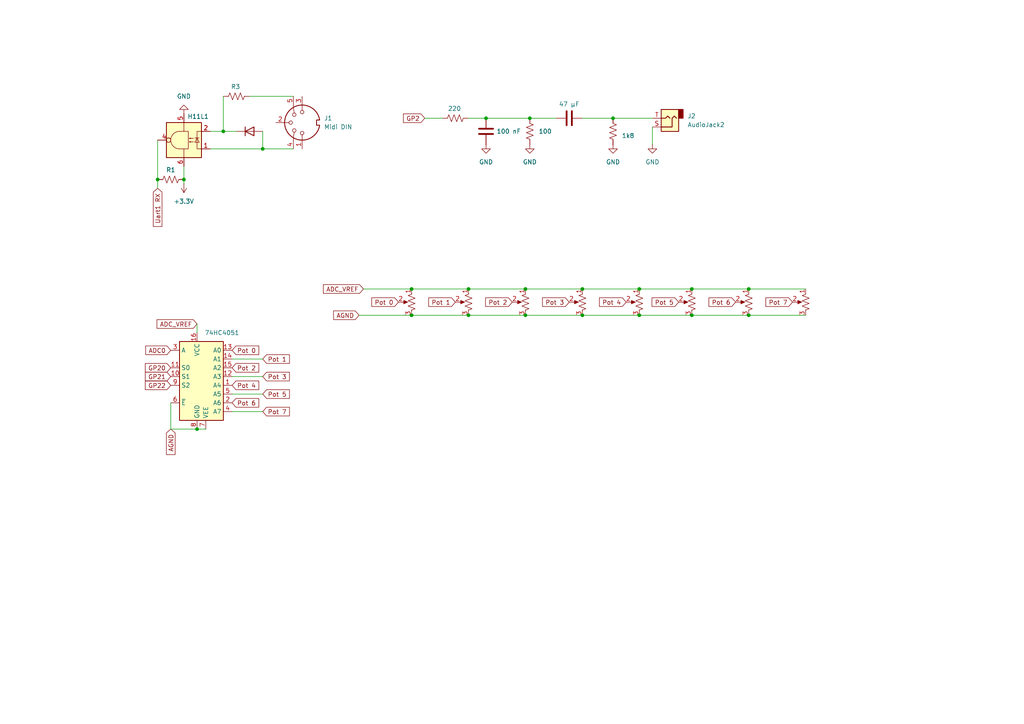
<source format=kicad_sch>
(kicad_sch
	(version 20231120)
	(generator "eeschema")
	(generator_version "8.0")
	(uuid "75ef5ae5-8a6b-4ae7-bab1-ad864705762e")
	(paper "A4")
	(lib_symbols
		(symbol "74xx:74HC4051"
			(exclude_from_sim no)
			(in_bom yes)
			(on_board yes)
			(property "Reference" "U"
				(at -5.08 11.43 0)
				(effects
					(font
						(size 1.27 1.27)
					)
				)
			)
			(property "Value" "74HC4051"
				(at -7.62 -13.97 0)
				(effects
					(font
						(size 1.27 1.27)
					)
				)
			)
			(property "Footprint" ""
				(at 0 -10.16 0)
				(effects
					(font
						(size 1.27 1.27)
					)
					(hide yes)
				)
			)
			(property "Datasheet" "http://www.ti.com/lit/ds/symlink/cd74hc4051.pdf"
				(at 0 -10.16 0)
				(effects
					(font
						(size 1.27 1.27)
					)
					(hide yes)
				)
			)
			(property "Description" "8-channel analog multiplexer/demultiplexer, DIP-16/SOIC-16/TSSOP-16"
				(at 0 0 0)
				(effects
					(font
						(size 1.27 1.27)
					)
					(hide yes)
				)
			)
			(property "ki_keywords" "HCMOS Multiplexer Demultiplexer Analog"
				(at 0 0 0)
				(effects
					(font
						(size 1.27 1.27)
					)
					(hide yes)
				)
			)
			(property "ki_fp_filters" "DIP*W7.62mm* SOIC*3.9x9.9mm*P1.27mm* SOIC*5.3x10.2mm*P1.27mm* TSSOP*4.4x5mm*P0.65mm*"
				(at 0 0 0)
				(effects
					(font
						(size 1.27 1.27)
					)
					(hide yes)
				)
			)
			(symbol "74HC4051_0_1"
				(rectangle
					(start -5.08 10.16)
					(end 7.62 -12.7)
					(stroke
						(width 0.254)
						(type default)
					)
					(fill
						(type background)
					)
				)
			)
			(symbol "74HC4051_1_1"
				(pin passive line
					(at 10.16 -2.54 180)
					(length 2.54)
					(name "A4"
						(effects
							(font
								(size 1.27 1.27)
							)
						)
					)
					(number "1"
						(effects
							(font
								(size 1.27 1.27)
							)
						)
					)
				)
				(pin input line
					(at -7.62 0 0)
					(length 2.54)
					(name "S1"
						(effects
							(font
								(size 1.27 1.27)
							)
						)
					)
					(number "10"
						(effects
							(font
								(size 1.27 1.27)
							)
						)
					)
				)
				(pin input line
					(at -7.62 2.54 0)
					(length 2.54)
					(name "S0"
						(effects
							(font
								(size 1.27 1.27)
							)
						)
					)
					(number "11"
						(effects
							(font
								(size 1.27 1.27)
							)
						)
					)
				)
				(pin passive line
					(at 10.16 0 180)
					(length 2.54)
					(name "A3"
						(effects
							(font
								(size 1.27 1.27)
							)
						)
					)
					(number "12"
						(effects
							(font
								(size 1.27 1.27)
							)
						)
					)
				)
				(pin passive line
					(at 10.16 7.62 180)
					(length 2.54)
					(name "A0"
						(effects
							(font
								(size 1.27 1.27)
							)
						)
					)
					(number "13"
						(effects
							(font
								(size 1.27 1.27)
							)
						)
					)
				)
				(pin passive line
					(at 10.16 5.08 180)
					(length 2.54)
					(name "A1"
						(effects
							(font
								(size 1.27 1.27)
							)
						)
					)
					(number "14"
						(effects
							(font
								(size 1.27 1.27)
							)
						)
					)
				)
				(pin passive line
					(at 10.16 2.54 180)
					(length 2.54)
					(name "A2"
						(effects
							(font
								(size 1.27 1.27)
							)
						)
					)
					(number "15"
						(effects
							(font
								(size 1.27 1.27)
							)
						)
					)
				)
				(pin power_in line
					(at 0 12.7 270)
					(length 2.54)
					(name "VCC"
						(effects
							(font
								(size 1.27 1.27)
							)
						)
					)
					(number "16"
						(effects
							(font
								(size 1.27 1.27)
							)
						)
					)
				)
				(pin passive line
					(at 10.16 -7.62 180)
					(length 2.54)
					(name "A6"
						(effects
							(font
								(size 1.27 1.27)
							)
						)
					)
					(number "2"
						(effects
							(font
								(size 1.27 1.27)
							)
						)
					)
				)
				(pin passive line
					(at -7.62 7.62 0)
					(length 2.54)
					(name "A"
						(effects
							(font
								(size 1.27 1.27)
							)
						)
					)
					(number "3"
						(effects
							(font
								(size 1.27 1.27)
							)
						)
					)
				)
				(pin passive line
					(at 10.16 -10.16 180)
					(length 2.54)
					(name "A7"
						(effects
							(font
								(size 1.27 1.27)
							)
						)
					)
					(number "4"
						(effects
							(font
								(size 1.27 1.27)
							)
						)
					)
				)
				(pin passive line
					(at 10.16 -5.08 180)
					(length 2.54)
					(name "A5"
						(effects
							(font
								(size 1.27 1.27)
							)
						)
					)
					(number "5"
						(effects
							(font
								(size 1.27 1.27)
							)
						)
					)
				)
				(pin input line
					(at -7.62 -7.62 0)
					(length 2.54)
					(name "~{E}"
						(effects
							(font
								(size 1.27 1.27)
							)
						)
					)
					(number "6"
						(effects
							(font
								(size 1.27 1.27)
							)
						)
					)
				)
				(pin power_in line
					(at 2.54 -15.24 90)
					(length 2.54)
					(name "VEE"
						(effects
							(font
								(size 1.27 1.27)
							)
						)
					)
					(number "7"
						(effects
							(font
								(size 1.27 1.27)
							)
						)
					)
				)
				(pin power_in line
					(at 0 -15.24 90)
					(length 2.54)
					(name "GND"
						(effects
							(font
								(size 1.27 1.27)
							)
						)
					)
					(number "8"
						(effects
							(font
								(size 1.27 1.27)
							)
						)
					)
				)
				(pin input line
					(at -7.62 -2.54 0)
					(length 2.54)
					(name "S2"
						(effects
							(font
								(size 1.27 1.27)
							)
						)
					)
					(number "9"
						(effects
							(font
								(size 1.27 1.27)
							)
						)
					)
				)
			)
		)
		(symbol "Connector:DIN-5_180degree"
			(pin_names
				(offset 1.016)
			)
			(exclude_from_sim no)
			(in_bom yes)
			(on_board yes)
			(property "Reference" "J"
				(at 3.175 5.715 0)
				(effects
					(font
						(size 1.27 1.27)
					)
				)
			)
			(property "Value" "DIN-5_180degree"
				(at 0 -6.35 0)
				(effects
					(font
						(size 1.27 1.27)
					)
				)
			)
			(property "Footprint" ""
				(at 0 0 0)
				(effects
					(font
						(size 1.27 1.27)
					)
					(hide yes)
				)
			)
			(property "Datasheet" "http://www.mouser.com/ds/2/18/40_c091_abd_e-75918.pdf"
				(at 0 0 0)
				(effects
					(font
						(size 1.27 1.27)
					)
					(hide yes)
				)
			)
			(property "Description" "5-pin DIN connector (5-pin DIN-5 stereo)"
				(at 0 0 0)
				(effects
					(font
						(size 1.27 1.27)
					)
					(hide yes)
				)
			)
			(property "ki_keywords" "circular DIN connector stereo audio"
				(at 0 0 0)
				(effects
					(font
						(size 1.27 1.27)
					)
					(hide yes)
				)
			)
			(property "ki_fp_filters" "DIN*"
				(at 0 0 0)
				(effects
					(font
						(size 1.27 1.27)
					)
					(hide yes)
				)
			)
			(symbol "DIN-5_180degree_0_1"
				(arc
					(start -5.08 0)
					(mid -3.8609 -3.3364)
					(end -0.762 -5.08)
					(stroke
						(width 0.254)
						(type default)
					)
					(fill
						(type none)
					)
				)
				(circle
					(center -3.048 0)
					(radius 0.508)
					(stroke
						(width 0)
						(type default)
					)
					(fill
						(type none)
					)
				)
				(circle
					(center -2.286 2.286)
					(radius 0.508)
					(stroke
						(width 0)
						(type default)
					)
					(fill
						(type none)
					)
				)
				(polyline
					(pts
						(xy -5.08 0) (xy -3.556 0)
					)
					(stroke
						(width 0)
						(type default)
					)
					(fill
						(type none)
					)
				)
				(polyline
					(pts
						(xy 0 5.08) (xy 0 3.81)
					)
					(stroke
						(width 0)
						(type default)
					)
					(fill
						(type none)
					)
				)
				(polyline
					(pts
						(xy 5.08 0) (xy 3.556 0)
					)
					(stroke
						(width 0)
						(type default)
					)
					(fill
						(type none)
					)
				)
				(polyline
					(pts
						(xy -5.08 2.54) (xy -4.318 2.54) (xy -2.794 2.286)
					)
					(stroke
						(width 0)
						(type default)
					)
					(fill
						(type none)
					)
				)
				(polyline
					(pts
						(xy 5.08 2.54) (xy 4.318 2.54) (xy 2.794 2.286)
					)
					(stroke
						(width 0)
						(type default)
					)
					(fill
						(type none)
					)
				)
				(polyline
					(pts
						(xy -0.762 -4.953) (xy -0.762 -4.191) (xy 0.762 -4.191) (xy 0.762 -4.953)
					)
					(stroke
						(width 0.254)
						(type default)
					)
					(fill
						(type none)
					)
				)
				(circle
					(center 0 3.302)
					(radius 0.508)
					(stroke
						(width 0)
						(type default)
					)
					(fill
						(type none)
					)
				)
				(arc
					(start 0.762 -5.08)
					(mid 3.8685 -3.343)
					(end 5.08 0)
					(stroke
						(width 0.254)
						(type default)
					)
					(fill
						(type none)
					)
				)
				(circle
					(center 2.286 2.286)
					(radius 0.508)
					(stroke
						(width 0)
						(type default)
					)
					(fill
						(type none)
					)
				)
				(circle
					(center 3.048 0)
					(radius 0.508)
					(stroke
						(width 0)
						(type default)
					)
					(fill
						(type none)
					)
				)
				(arc
					(start 5.08 0)
					(mid 0 5.0579)
					(end -5.08 0)
					(stroke
						(width 0.254)
						(type default)
					)
					(fill
						(type none)
					)
				)
			)
			(symbol "DIN-5_180degree_1_1"
				(pin passive line
					(at -7.62 0 0)
					(length 2.54)
					(name "~"
						(effects
							(font
								(size 1.27 1.27)
							)
						)
					)
					(number "1"
						(effects
							(font
								(size 1.27 1.27)
							)
						)
					)
				)
				(pin passive line
					(at 0 7.62 270)
					(length 2.54)
					(name "~"
						(effects
							(font
								(size 1.27 1.27)
							)
						)
					)
					(number "2"
						(effects
							(font
								(size 1.27 1.27)
							)
						)
					)
				)
				(pin passive line
					(at 7.62 0 180)
					(length 2.54)
					(name "~"
						(effects
							(font
								(size 1.27 1.27)
							)
						)
					)
					(number "3"
						(effects
							(font
								(size 1.27 1.27)
							)
						)
					)
				)
				(pin passive line
					(at -7.62 2.54 0)
					(length 2.54)
					(name "~"
						(effects
							(font
								(size 1.27 1.27)
							)
						)
					)
					(number "4"
						(effects
							(font
								(size 1.27 1.27)
							)
						)
					)
				)
				(pin passive line
					(at 7.62 2.54 180)
					(length 2.54)
					(name "~"
						(effects
							(font
								(size 1.27 1.27)
							)
						)
					)
					(number "5"
						(effects
							(font
								(size 1.27 1.27)
							)
						)
					)
				)
			)
		)
		(symbol "Connector_Audio:AudioJack2"
			(exclude_from_sim no)
			(in_bom yes)
			(on_board yes)
			(property "Reference" "J"
				(at 0 8.89 0)
				(effects
					(font
						(size 1.27 1.27)
					)
				)
			)
			(property "Value" "AudioJack2"
				(at 0 6.35 0)
				(effects
					(font
						(size 1.27 1.27)
					)
				)
			)
			(property "Footprint" ""
				(at 0 0 0)
				(effects
					(font
						(size 1.27 1.27)
					)
					(hide yes)
				)
			)
			(property "Datasheet" "~"
				(at 0 0 0)
				(effects
					(font
						(size 1.27 1.27)
					)
					(hide yes)
				)
			)
			(property "Description" "Audio Jack, 2 Poles (Mono / TS)"
				(at 0 0 0)
				(effects
					(font
						(size 1.27 1.27)
					)
					(hide yes)
				)
			)
			(property "ki_keywords" "audio jack receptacle mono phone headphone TS connector"
				(at 0 0 0)
				(effects
					(font
						(size 1.27 1.27)
					)
					(hide yes)
				)
			)
			(property "ki_fp_filters" "Jack*"
				(at 0 0 0)
				(effects
					(font
						(size 1.27 1.27)
					)
					(hide yes)
				)
			)
			(symbol "AudioJack2_0_1"
				(rectangle
					(start -3.81 0)
					(end -2.54 -2.54)
					(stroke
						(width 0.254)
						(type default)
					)
					(fill
						(type outline)
					)
				)
				(rectangle
					(start -2.54 3.81)
					(end 2.54 -2.54)
					(stroke
						(width 0.254)
						(type default)
					)
					(fill
						(type background)
					)
				)
				(polyline
					(pts
						(xy 0 0) (xy 0.635 -0.635) (xy 1.27 0) (xy 2.54 0)
					)
					(stroke
						(width 0.254)
						(type default)
					)
					(fill
						(type none)
					)
				)
				(polyline
					(pts
						(xy 2.54 2.54) (xy -0.635 2.54) (xy -0.635 0) (xy -1.27 -0.635) (xy -1.905 0)
					)
					(stroke
						(width 0.254)
						(type default)
					)
					(fill
						(type none)
					)
				)
			)
			(symbol "AudioJack2_1_1"
				(pin passive line
					(at 5.08 2.54 180)
					(length 2.54)
					(name "~"
						(effects
							(font
								(size 1.27 1.27)
							)
						)
					)
					(number "S"
						(effects
							(font
								(size 1.27 1.27)
							)
						)
					)
				)
				(pin passive line
					(at 5.08 0 180)
					(length 2.54)
					(name "~"
						(effects
							(font
								(size 1.27 1.27)
							)
						)
					)
					(number "T"
						(effects
							(font
								(size 1.27 1.27)
							)
						)
					)
				)
			)
		)
		(symbol "Device:C"
			(pin_numbers hide)
			(pin_names
				(offset 0.254)
			)
			(exclude_from_sim no)
			(in_bom yes)
			(on_board yes)
			(property "Reference" "C"
				(at 0.635 2.54 0)
				(effects
					(font
						(size 1.27 1.27)
					)
					(justify left)
				)
			)
			(property "Value" "C"
				(at 0.635 -2.54 0)
				(effects
					(font
						(size 1.27 1.27)
					)
					(justify left)
				)
			)
			(property "Footprint" ""
				(at 0.9652 -3.81 0)
				(effects
					(font
						(size 1.27 1.27)
					)
					(hide yes)
				)
			)
			(property "Datasheet" "~"
				(at 0 0 0)
				(effects
					(font
						(size 1.27 1.27)
					)
					(hide yes)
				)
			)
			(property "Description" "Unpolarized capacitor"
				(at 0 0 0)
				(effects
					(font
						(size 1.27 1.27)
					)
					(hide yes)
				)
			)
			(property "ki_keywords" "cap capacitor"
				(at 0 0 0)
				(effects
					(font
						(size 1.27 1.27)
					)
					(hide yes)
				)
			)
			(property "ki_fp_filters" "C_*"
				(at 0 0 0)
				(effects
					(font
						(size 1.27 1.27)
					)
					(hide yes)
				)
			)
			(symbol "C_0_1"
				(polyline
					(pts
						(xy -2.032 -0.762) (xy 2.032 -0.762)
					)
					(stroke
						(width 0.508)
						(type default)
					)
					(fill
						(type none)
					)
				)
				(polyline
					(pts
						(xy -2.032 0.762) (xy 2.032 0.762)
					)
					(stroke
						(width 0.508)
						(type default)
					)
					(fill
						(type none)
					)
				)
			)
			(symbol "C_1_1"
				(pin passive line
					(at 0 3.81 270)
					(length 2.794)
					(name "~"
						(effects
							(font
								(size 1.27 1.27)
							)
						)
					)
					(number "1"
						(effects
							(font
								(size 1.27 1.27)
							)
						)
					)
				)
				(pin passive line
					(at 0 -3.81 90)
					(length 2.794)
					(name "~"
						(effects
							(font
								(size 1.27 1.27)
							)
						)
					)
					(number "2"
						(effects
							(font
								(size 1.27 1.27)
							)
						)
					)
				)
			)
		)
		(symbol "Device:R_Potentiometer_US"
			(pin_names
				(offset 1.016) hide)
			(exclude_from_sim no)
			(in_bom yes)
			(on_board yes)
			(property "Reference" "RV"
				(at -4.445 0 90)
				(effects
					(font
						(size 1.27 1.27)
					)
				)
			)
			(property "Value" "R_Potentiometer_US"
				(at -2.54 0 90)
				(effects
					(font
						(size 1.27 1.27)
					)
				)
			)
			(property "Footprint" ""
				(at 0 0 0)
				(effects
					(font
						(size 1.27 1.27)
					)
					(hide yes)
				)
			)
			(property "Datasheet" "~"
				(at 0 0 0)
				(effects
					(font
						(size 1.27 1.27)
					)
					(hide yes)
				)
			)
			(property "Description" "Potentiometer, US symbol"
				(at 0 0 0)
				(effects
					(font
						(size 1.27 1.27)
					)
					(hide yes)
				)
			)
			(property "ki_keywords" "resistor variable"
				(at 0 0 0)
				(effects
					(font
						(size 1.27 1.27)
					)
					(hide yes)
				)
			)
			(property "ki_fp_filters" "Potentiometer*"
				(at 0 0 0)
				(effects
					(font
						(size 1.27 1.27)
					)
					(hide yes)
				)
			)
			(symbol "R_Potentiometer_US_0_1"
				(polyline
					(pts
						(xy 0 -2.286) (xy 0 -2.54)
					)
					(stroke
						(width 0)
						(type default)
					)
					(fill
						(type none)
					)
				)
				(polyline
					(pts
						(xy 0 2.54) (xy 0 2.286)
					)
					(stroke
						(width 0)
						(type default)
					)
					(fill
						(type none)
					)
				)
				(polyline
					(pts
						(xy 2.54 0) (xy 1.524 0)
					)
					(stroke
						(width 0)
						(type default)
					)
					(fill
						(type none)
					)
				)
				(polyline
					(pts
						(xy 1.143 0) (xy 2.286 0.508) (xy 2.286 -0.508) (xy 1.143 0)
					)
					(stroke
						(width 0)
						(type default)
					)
					(fill
						(type outline)
					)
				)
				(polyline
					(pts
						(xy 0 -0.762) (xy 1.016 -1.143) (xy 0 -1.524) (xy -1.016 -1.905) (xy 0 -2.286)
					)
					(stroke
						(width 0)
						(type default)
					)
					(fill
						(type none)
					)
				)
				(polyline
					(pts
						(xy 0 0.762) (xy 1.016 0.381) (xy 0 0) (xy -1.016 -0.381) (xy 0 -0.762)
					)
					(stroke
						(width 0)
						(type default)
					)
					(fill
						(type none)
					)
				)
				(polyline
					(pts
						(xy 0 2.286) (xy 1.016 1.905) (xy 0 1.524) (xy -1.016 1.143) (xy 0 0.762)
					)
					(stroke
						(width 0)
						(type default)
					)
					(fill
						(type none)
					)
				)
			)
			(symbol "R_Potentiometer_US_1_1"
				(pin passive line
					(at 0 3.81 270)
					(length 1.27)
					(name "1"
						(effects
							(font
								(size 1.27 1.27)
							)
						)
					)
					(number "1"
						(effects
							(font
								(size 1.27 1.27)
							)
						)
					)
				)
				(pin passive line
					(at 3.81 0 180)
					(length 1.27)
					(name "2"
						(effects
							(font
								(size 1.27 1.27)
							)
						)
					)
					(number "2"
						(effects
							(font
								(size 1.27 1.27)
							)
						)
					)
				)
				(pin passive line
					(at 0 -3.81 90)
					(length 1.27)
					(name "3"
						(effects
							(font
								(size 1.27 1.27)
							)
						)
					)
					(number "3"
						(effects
							(font
								(size 1.27 1.27)
							)
						)
					)
				)
			)
		)
		(symbol "Device:R_US"
			(pin_numbers hide)
			(pin_names
				(offset 0)
			)
			(exclude_from_sim no)
			(in_bom yes)
			(on_board yes)
			(property "Reference" "R"
				(at 2.54 0 90)
				(effects
					(font
						(size 1.27 1.27)
					)
				)
			)
			(property "Value" "R_US"
				(at -2.54 0 90)
				(effects
					(font
						(size 1.27 1.27)
					)
				)
			)
			(property "Footprint" ""
				(at 1.016 -0.254 90)
				(effects
					(font
						(size 1.27 1.27)
					)
					(hide yes)
				)
			)
			(property "Datasheet" "~"
				(at 0 0 0)
				(effects
					(font
						(size 1.27 1.27)
					)
					(hide yes)
				)
			)
			(property "Description" "Resistor, US symbol"
				(at 0 0 0)
				(effects
					(font
						(size 1.27 1.27)
					)
					(hide yes)
				)
			)
			(property "ki_keywords" "R res resistor"
				(at 0 0 0)
				(effects
					(font
						(size 1.27 1.27)
					)
					(hide yes)
				)
			)
			(property "ki_fp_filters" "R_*"
				(at 0 0 0)
				(effects
					(font
						(size 1.27 1.27)
					)
					(hide yes)
				)
			)
			(symbol "R_US_0_1"
				(polyline
					(pts
						(xy 0 -2.286) (xy 0 -2.54)
					)
					(stroke
						(width 0)
						(type default)
					)
					(fill
						(type none)
					)
				)
				(polyline
					(pts
						(xy 0 2.286) (xy 0 2.54)
					)
					(stroke
						(width 0)
						(type default)
					)
					(fill
						(type none)
					)
				)
				(polyline
					(pts
						(xy 0 -0.762) (xy 1.016 -1.143) (xy 0 -1.524) (xy -1.016 -1.905) (xy 0 -2.286)
					)
					(stroke
						(width 0)
						(type default)
					)
					(fill
						(type none)
					)
				)
				(polyline
					(pts
						(xy 0 0.762) (xy 1.016 0.381) (xy 0 0) (xy -1.016 -0.381) (xy 0 -0.762)
					)
					(stroke
						(width 0)
						(type default)
					)
					(fill
						(type none)
					)
				)
				(polyline
					(pts
						(xy 0 2.286) (xy 1.016 1.905) (xy 0 1.524) (xy -1.016 1.143) (xy 0 0.762)
					)
					(stroke
						(width 0)
						(type default)
					)
					(fill
						(type none)
					)
				)
			)
			(symbol "R_US_1_1"
				(pin passive line
					(at 0 3.81 270)
					(length 1.27)
					(name "~"
						(effects
							(font
								(size 1.27 1.27)
							)
						)
					)
					(number "1"
						(effects
							(font
								(size 1.27 1.27)
							)
						)
					)
				)
				(pin passive line
					(at 0 -3.81 90)
					(length 1.27)
					(name "~"
						(effects
							(font
								(size 1.27 1.27)
							)
						)
					)
					(number "2"
						(effects
							(font
								(size 1.27 1.27)
							)
						)
					)
				)
			)
		)
		(symbol "Diode:1N4148"
			(pin_numbers hide)
			(pin_names hide)
			(exclude_from_sim no)
			(in_bom yes)
			(on_board yes)
			(property "Reference" "D"
				(at 0 2.54 0)
				(effects
					(font
						(size 1.27 1.27)
					)
				)
			)
			(property "Value" "1N4148"
				(at 0 -2.54 0)
				(effects
					(font
						(size 1.27 1.27)
					)
				)
			)
			(property "Footprint" "Diode_THT:D_DO-35_SOD27_P7.62mm_Horizontal"
				(at 0 0 0)
				(effects
					(font
						(size 1.27 1.27)
					)
					(hide yes)
				)
			)
			(property "Datasheet" "https://assets.nexperia.com/documents/data-sheet/1N4148_1N4448.pdf"
				(at 0 0 0)
				(effects
					(font
						(size 1.27 1.27)
					)
					(hide yes)
				)
			)
			(property "Description" "100V 0.15A standard switching diode, DO-35"
				(at 0 0 0)
				(effects
					(font
						(size 1.27 1.27)
					)
					(hide yes)
				)
			)
			(property "Sim.Device" "D"
				(at 0 0 0)
				(effects
					(font
						(size 1.27 1.27)
					)
					(hide yes)
				)
			)
			(property "Sim.Pins" "1=K 2=A"
				(at 0 0 0)
				(effects
					(font
						(size 1.27 1.27)
					)
					(hide yes)
				)
			)
			(property "ki_keywords" "diode"
				(at 0 0 0)
				(effects
					(font
						(size 1.27 1.27)
					)
					(hide yes)
				)
			)
			(property "ki_fp_filters" "D*DO?35*"
				(at 0 0 0)
				(effects
					(font
						(size 1.27 1.27)
					)
					(hide yes)
				)
			)
			(symbol "1N4148_0_1"
				(polyline
					(pts
						(xy -1.27 1.27) (xy -1.27 -1.27)
					)
					(stroke
						(width 0.254)
						(type default)
					)
					(fill
						(type none)
					)
				)
				(polyline
					(pts
						(xy 1.27 0) (xy -1.27 0)
					)
					(stroke
						(width 0)
						(type default)
					)
					(fill
						(type none)
					)
				)
				(polyline
					(pts
						(xy 1.27 1.27) (xy 1.27 -1.27) (xy -1.27 0) (xy 1.27 1.27)
					)
					(stroke
						(width 0.254)
						(type default)
					)
					(fill
						(type none)
					)
				)
			)
			(symbol "1N4148_1_1"
				(pin passive line
					(at -3.81 0 0)
					(length 2.54)
					(name "K"
						(effects
							(font
								(size 1.27 1.27)
							)
						)
					)
					(number "1"
						(effects
							(font
								(size 1.27 1.27)
							)
						)
					)
				)
				(pin passive line
					(at 3.81 0 180)
					(length 2.54)
					(name "A"
						(effects
							(font
								(size 1.27 1.27)
							)
						)
					)
					(number "2"
						(effects
							(font
								(size 1.27 1.27)
							)
						)
					)
				)
			)
		)
		(symbol "Isolator:H11L1"
			(pin_names
				(offset 1.016)
			)
			(exclude_from_sim no)
			(in_bom yes)
			(on_board yes)
			(property "Reference" "U"
				(at 1.27 8.89 0)
				(effects
					(font
						(size 1.27 1.27)
					)
					(justify left)
				)
			)
			(property "Value" "H11L1"
				(at 1.27 6.35 0)
				(effects
					(font
						(size 1.27 1.27)
					)
					(justify left)
				)
			)
			(property "Footprint" ""
				(at -2.286 0 0)
				(effects
					(font
						(size 1.27 1.27)
					)
					(hide yes)
				)
			)
			(property "Datasheet" "https://www.onsemi.com/pub/Collateral/H11L3M-D.PDF"
				(at -2.286 0 0)
				(effects
					(font
						(size 1.27 1.27)
					)
					(hide yes)
				)
			)
			(property "Description" "Schmitt Trigger Output Optocoupler, High Speed, DIP-6, 1.6mA turn on threshold"
				(at 0 0 0)
				(effects
					(font
						(size 1.27 1.27)
					)
					(hide yes)
				)
			)
			(property "ki_keywords" "High Speed Schmitt Optocoupler"
				(at 0 0 0)
				(effects
					(font
						(size 1.27 1.27)
					)
					(hide yes)
				)
			)
			(property "ki_fp_filters" "DIP*W7.62mm* DIP*W10.16mm* SMDIP*W9.53mm*"
				(at 0 0 0)
				(effects
					(font
						(size 1.27 1.27)
					)
					(hide yes)
				)
			)
			(symbol "H11L1_0_1"
				(rectangle
					(start -5.08 5.08)
					(end 5.08 -5.08)
					(stroke
						(width 0.254)
						(type default)
					)
					(fill
						(type background)
					)
				)
				(polyline
					(pts
						(xy -4.445 -0.635) (xy -3.175 -0.635)
					)
					(stroke
						(width 0)
						(type default)
					)
					(fill
						(type none)
					)
				)
				(polyline
					(pts
						(xy 0 2.54) (xy 0 5.08)
					)
					(stroke
						(width 0)
						(type default)
					)
					(fill
						(type none)
					)
				)
				(polyline
					(pts
						(xy 0 -2.54) (xy 0 -5.08) (xy 0 -3.81)
					)
					(stroke
						(width 0)
						(type default)
					)
					(fill
						(type none)
					)
				)
				(polyline
					(pts
						(xy -5.08 -2.54) (xy -3.81 -2.54) (xy -3.81 2.54) (xy -5.08 2.54)
					)
					(stroke
						(width 0)
						(type default)
					)
					(fill
						(type none)
					)
				)
				(polyline
					(pts
						(xy -3.81 -0.635) (xy -4.445 0.635) (xy -3.175 0.635) (xy -3.81 -0.635)
					)
					(stroke
						(width 0)
						(type default)
					)
					(fill
						(type none)
					)
				)
				(polyline
					(pts
						(xy 1.27 -2.54) (xy -1.27 -2.54) (xy -1.27 2.54) (xy 1.27 2.54)
					)
					(stroke
						(width 0)
						(type default)
					)
					(fill
						(type none)
					)
				)
				(polyline
					(pts
						(xy -2.794 -0.508) (xy -1.524 -0.508) (xy -1.905 -0.635) (xy -1.905 -0.381) (xy -1.524 -0.508)
					)
					(stroke
						(width 0)
						(type default)
					)
					(fill
						(type none)
					)
				)
				(polyline
					(pts
						(xy -2.794 0.508) (xy -1.524 0.508) (xy -1.905 0.381) (xy -1.905 0.635) (xy -1.524 0.508)
					)
					(stroke
						(width 0)
						(type default)
					)
					(fill
						(type none)
					)
				)
				(arc
					(start 1.27 -2.54)
					(mid 3.799 0)
					(end 1.27 2.54)
					(stroke
						(width 0)
						(type default)
					)
					(fill
						(type none)
					)
				)
			)
			(symbol "H11L1_1_1"
				(pin passive line
					(at -7.62 2.54 0)
					(length 2.54)
					(name "~"
						(effects
							(font
								(size 1.27 1.27)
							)
						)
					)
					(number "1"
						(effects
							(font
								(size 1.27 1.27)
							)
						)
					)
				)
				(pin passive line
					(at -7.62 -2.54 0)
					(length 2.54)
					(name "~"
						(effects
							(font
								(size 1.27 1.27)
							)
						)
					)
					(number "2"
						(effects
							(font
								(size 1.27 1.27)
							)
						)
					)
				)
				(pin no_connect line
					(at -5.08 0 0)
					(length 2.54) hide
					(name "~"
						(effects
							(font
								(size 1.27 1.27)
							)
						)
					)
					(number "3"
						(effects
							(font
								(size 1.27 1.27)
							)
						)
					)
				)
				(pin output inverted
					(at 7.62 0 180)
					(length 3.81)
					(name "~"
						(effects
							(font
								(size 1.27 1.27)
							)
						)
					)
					(number "4"
						(effects
							(font
								(size 1.27 1.27)
							)
						)
					)
				)
				(pin power_in line
					(at 0 -7.62 90)
					(length 2.54)
					(name "~"
						(effects
							(font
								(size 1.27 1.27)
							)
						)
					)
					(number "5"
						(effects
							(font
								(size 1.27 1.27)
							)
						)
					)
				)
				(pin power_in line
					(at 0 7.62 270)
					(length 2.54)
					(name "~"
						(effects
							(font
								(size 1.27 1.27)
							)
						)
					)
					(number "6"
						(effects
							(font
								(size 1.27 1.27)
							)
						)
					)
				)
			)
		)
		(symbol "power:+3.3V"
			(power)
			(pin_numbers hide)
			(pin_names
				(offset 0) hide)
			(exclude_from_sim no)
			(in_bom yes)
			(on_board yes)
			(property "Reference" "#PWR"
				(at 0 -3.81 0)
				(effects
					(font
						(size 1.27 1.27)
					)
					(hide yes)
				)
			)
			(property "Value" "+3.3V"
				(at 0 3.556 0)
				(effects
					(font
						(size 1.27 1.27)
					)
				)
			)
			(property "Footprint" ""
				(at 0 0 0)
				(effects
					(font
						(size 1.27 1.27)
					)
					(hide yes)
				)
			)
			(property "Datasheet" ""
				(at 0 0 0)
				(effects
					(font
						(size 1.27 1.27)
					)
					(hide yes)
				)
			)
			(property "Description" "Power symbol creates a global label with name \"+3.3V\""
				(at 0 0 0)
				(effects
					(font
						(size 1.27 1.27)
					)
					(hide yes)
				)
			)
			(property "ki_keywords" "global power"
				(at 0 0 0)
				(effects
					(font
						(size 1.27 1.27)
					)
					(hide yes)
				)
			)
			(symbol "+3.3V_0_1"
				(polyline
					(pts
						(xy -0.762 1.27) (xy 0 2.54)
					)
					(stroke
						(width 0)
						(type default)
					)
					(fill
						(type none)
					)
				)
				(polyline
					(pts
						(xy 0 0) (xy 0 2.54)
					)
					(stroke
						(width 0)
						(type default)
					)
					(fill
						(type none)
					)
				)
				(polyline
					(pts
						(xy 0 2.54) (xy 0.762 1.27)
					)
					(stroke
						(width 0)
						(type default)
					)
					(fill
						(type none)
					)
				)
			)
			(symbol "+3.3V_1_1"
				(pin power_in line
					(at 0 0 90)
					(length 0)
					(name "~"
						(effects
							(font
								(size 1.27 1.27)
							)
						)
					)
					(number "1"
						(effects
							(font
								(size 1.27 1.27)
							)
						)
					)
				)
			)
		)
		(symbol "power:GND"
			(power)
			(pin_numbers hide)
			(pin_names
				(offset 0) hide)
			(exclude_from_sim no)
			(in_bom yes)
			(on_board yes)
			(property "Reference" "#PWR"
				(at 0 -6.35 0)
				(effects
					(font
						(size 1.27 1.27)
					)
					(hide yes)
				)
			)
			(property "Value" "GND"
				(at 0 -3.81 0)
				(effects
					(font
						(size 1.27 1.27)
					)
				)
			)
			(property "Footprint" ""
				(at 0 0 0)
				(effects
					(font
						(size 1.27 1.27)
					)
					(hide yes)
				)
			)
			(property "Datasheet" ""
				(at 0 0 0)
				(effects
					(font
						(size 1.27 1.27)
					)
					(hide yes)
				)
			)
			(property "Description" "Power symbol creates a global label with name \"GND\" , ground"
				(at 0 0 0)
				(effects
					(font
						(size 1.27 1.27)
					)
					(hide yes)
				)
			)
			(property "ki_keywords" "global power"
				(at 0 0 0)
				(effects
					(font
						(size 1.27 1.27)
					)
					(hide yes)
				)
			)
			(symbol "GND_0_1"
				(polyline
					(pts
						(xy 0 0) (xy 0 -1.27) (xy 1.27 -1.27) (xy 0 -2.54) (xy -1.27 -1.27) (xy 0 -1.27)
					)
					(stroke
						(width 0)
						(type default)
					)
					(fill
						(type none)
					)
				)
			)
			(symbol "GND_1_1"
				(pin power_in line
					(at 0 0 270)
					(length 0)
					(name "~"
						(effects
							(font
								(size 1.27 1.27)
							)
						)
					)
					(number "1"
						(effects
							(font
								(size 1.27 1.27)
							)
						)
					)
				)
			)
		)
	)
	(junction
		(at 45.72 52.07)
		(diameter 0)
		(color 0 0 0 0)
		(uuid "1ea5b325-b0a3-43b5-b2a8-7e936446cca5")
	)
	(junction
		(at 185.42 91.44)
		(diameter 0)
		(color 0 0 0 0)
		(uuid "21d272b9-ed2b-4226-8775-081271e4e7a4")
	)
	(junction
		(at 168.91 83.82)
		(diameter 0)
		(color 0 0 0 0)
		(uuid "2577bc0f-757c-466a-b3eb-184c812926b2")
	)
	(junction
		(at 135.89 83.82)
		(diameter 0)
		(color 0 0 0 0)
		(uuid "32d90254-18cf-40c7-a162-aa48d4d99d9a")
	)
	(junction
		(at 217.17 83.82)
		(diameter 0)
		(color 0 0 0 0)
		(uuid "3ddb3b21-ba6c-4c12-bcf0-887a6419c4fa")
	)
	(junction
		(at 64.77 38.1)
		(diameter 0)
		(color 0 0 0 0)
		(uuid "4027eb02-c72d-4c70-917d-ae8f786e167c")
	)
	(junction
		(at 152.4 91.44)
		(diameter 0)
		(color 0 0 0 0)
		(uuid "7264d99a-fddb-4b84-a158-654e11c01c85")
	)
	(junction
		(at 140.97 34.29)
		(diameter 0)
		(color 0 0 0 0)
		(uuid "7475ee66-883b-40ad-be1b-fb6ed43c13ef")
	)
	(junction
		(at 119.38 83.82)
		(diameter 0)
		(color 0 0 0 0)
		(uuid "824e3237-d01b-4fc5-8590-62249b0ad2ab")
	)
	(junction
		(at 200.66 91.44)
		(diameter 0)
		(color 0 0 0 0)
		(uuid "8813c8e4-216d-4b02-8a1c-baf5d6274278")
	)
	(junction
		(at 119.38 91.44)
		(diameter 0)
		(color 0 0 0 0)
		(uuid "9445a5b3-6e71-434f-9f21-8e10186f1dd1")
	)
	(junction
		(at 185.42 83.82)
		(diameter 0)
		(color 0 0 0 0)
		(uuid "94edd9bf-858a-4aaf-bb4a-5e17e6007274")
	)
	(junction
		(at 53.34 52.07)
		(diameter 0)
		(color 0 0 0 0)
		(uuid "a49a46d1-9454-4aaa-aa16-26a037d015df")
	)
	(junction
		(at 200.66 83.82)
		(diameter 0)
		(color 0 0 0 0)
		(uuid "aa16ed63-6263-44ff-8d3d-03f42e29a176")
	)
	(junction
		(at 135.89 91.44)
		(diameter 0)
		(color 0 0 0 0)
		(uuid "ac6aa5f0-8251-4c8d-9afb-ee7c631fb738")
	)
	(junction
		(at 168.91 91.44)
		(diameter 0)
		(color 0 0 0 0)
		(uuid "b6516ddf-cd98-41d3-bcc9-d3b3f901378b")
	)
	(junction
		(at 152.4 83.82)
		(diameter 0)
		(color 0 0 0 0)
		(uuid "bc1ac419-3170-4723-aed6-835954637e58")
	)
	(junction
		(at 217.17 91.44)
		(diameter 0)
		(color 0 0 0 0)
		(uuid "c9bf5116-eb87-4da3-a876-e3e978721418")
	)
	(junction
		(at 57.15 124.46)
		(diameter 0)
		(color 0 0 0 0)
		(uuid "d62ff60a-0b81-4ce3-9c54-ab58295402db")
	)
	(junction
		(at 76.2 43.18)
		(diameter 0)
		(color 0 0 0 0)
		(uuid "d8168e97-6832-4ead-b073-605edc1e98d5")
	)
	(junction
		(at 153.67 34.29)
		(diameter 0)
		(color 0 0 0 0)
		(uuid "da5e0f89-51e7-4eb2-9c0e-c35ca5b2709c")
	)
	(junction
		(at 177.8 34.29)
		(diameter 0)
		(color 0 0 0 0)
		(uuid "fffd3da6-3d0e-49ed-8898-39b0823e1e4d")
	)
	(wire
		(pts
			(xy 53.34 48.26) (xy 53.34 52.07)
		)
		(stroke
			(width 0)
			(type default)
		)
		(uuid "01107fe2-4c25-4c1b-adcc-607a7325ed83")
	)
	(wire
		(pts
			(xy 200.66 83.82) (xy 217.17 83.82)
		)
		(stroke
			(width 0)
			(type default)
		)
		(uuid "030a7b43-e657-4cb1-bbb3-3c77c05f166d")
	)
	(wire
		(pts
			(xy 200.66 91.44) (xy 217.17 91.44)
		)
		(stroke
			(width 0)
			(type default)
		)
		(uuid "07e1ce35-cd4d-44f0-987f-892c42e462c0")
	)
	(wire
		(pts
			(xy 72.39 27.94) (xy 85.09 27.94)
		)
		(stroke
			(width 0)
			(type default)
		)
		(uuid "0a75c3dc-8d0f-42e0-8470-ecf284ff5a5a")
	)
	(wire
		(pts
			(xy 152.4 83.82) (xy 168.91 83.82)
		)
		(stroke
			(width 0)
			(type default)
		)
		(uuid "0b4a1a9f-b0a0-4c6a-a2ac-f5ffeeaf3acb")
	)
	(wire
		(pts
			(xy 104.14 91.44) (xy 119.38 91.44)
		)
		(stroke
			(width 0)
			(type default)
		)
		(uuid "0ba8ccbe-f9d0-44f8-b3c3-f872b26d215f")
	)
	(wire
		(pts
			(xy 168.91 83.82) (xy 185.42 83.82)
		)
		(stroke
			(width 0)
			(type default)
		)
		(uuid "0fb986c6-4e06-418e-beac-b1400c99899f")
	)
	(wire
		(pts
			(xy 76.2 119.38) (xy 67.31 119.38)
		)
		(stroke
			(width 0)
			(type default)
		)
		(uuid "107e94c7-8636-458d-8a80-828a34ad197b")
	)
	(wire
		(pts
			(xy 57.15 124.46) (xy 49.53 124.46)
		)
		(stroke
			(width 0)
			(type default)
		)
		(uuid "13946778-654e-4a26-995c-209d05b8a849")
	)
	(wire
		(pts
			(xy 57.15 124.46) (xy 59.69 124.46)
		)
		(stroke
			(width 0)
			(type default)
		)
		(uuid "1b2ede34-c229-4696-b8e4-0021138b17b0")
	)
	(wire
		(pts
			(xy 57.15 93.98) (xy 57.15 96.52)
		)
		(stroke
			(width 0)
			(type default)
		)
		(uuid "20fb1ec8-dbfe-4d15-a23f-bf5053e612a0")
	)
	(wire
		(pts
			(xy 140.97 34.29) (xy 153.67 34.29)
		)
		(stroke
			(width 0)
			(type default)
		)
		(uuid "35025407-dec9-4691-aa9d-28e25553bf5d")
	)
	(wire
		(pts
			(xy 45.72 52.07) (xy 45.72 54.61)
		)
		(stroke
			(width 0)
			(type default)
		)
		(uuid "43089d8b-8661-40bd-aa62-1ae15f138248")
	)
	(wire
		(pts
			(xy 49.53 124.46) (xy 49.53 116.84)
		)
		(stroke
			(width 0)
			(type default)
		)
		(uuid "46c7754d-336e-4cc4-8828-03d5f0e8e289")
	)
	(wire
		(pts
			(xy 168.91 34.29) (xy 177.8 34.29)
		)
		(stroke
			(width 0)
			(type default)
		)
		(uuid "4ab398ec-9b0a-4e43-b12f-6b24f5e6b159")
	)
	(wire
		(pts
			(xy 152.4 91.44) (xy 168.91 91.44)
		)
		(stroke
			(width 0)
			(type default)
		)
		(uuid "5a19341e-4208-4ca9-8715-dfe9387f290e")
	)
	(wire
		(pts
			(xy 119.38 83.82) (xy 135.89 83.82)
		)
		(stroke
			(width 0)
			(type default)
		)
		(uuid "5b331332-2115-4ca6-a659-2062501f506d")
	)
	(wire
		(pts
			(xy 185.42 83.82) (xy 200.66 83.82)
		)
		(stroke
			(width 0)
			(type default)
		)
		(uuid "5f426084-1241-4b2b-bd1f-ee6b0a5e2808")
	)
	(wire
		(pts
			(xy 135.89 34.29) (xy 140.97 34.29)
		)
		(stroke
			(width 0)
			(type default)
		)
		(uuid "687dee5a-9478-4774-bd21-d5128b5871bd")
	)
	(wire
		(pts
			(xy 123.19 34.29) (xy 128.27 34.29)
		)
		(stroke
			(width 0)
			(type default)
		)
		(uuid "69f8fdf1-c04c-4d21-91bc-49112df96473")
	)
	(wire
		(pts
			(xy 85.09 43.18) (xy 76.2 43.18)
		)
		(stroke
			(width 0)
			(type default)
		)
		(uuid "8429f1d1-1d9a-42e7-a038-863fbbd92228")
	)
	(wire
		(pts
			(xy 217.17 91.44) (xy 233.68 91.44)
		)
		(stroke
			(width 0)
			(type default)
		)
		(uuid "946cc5fa-d849-4fd7-bade-ff17a5e2b064")
	)
	(wire
		(pts
			(xy 76.2 38.1) (xy 76.2 43.18)
		)
		(stroke
			(width 0)
			(type default)
		)
		(uuid "9754df42-b55c-4097-8b48-e7ac7c1188e9")
	)
	(wire
		(pts
			(xy 168.91 91.44) (xy 185.42 91.44)
		)
		(stroke
			(width 0)
			(type default)
		)
		(uuid "99df702d-a199-40f4-a245-1f449423ebda")
	)
	(wire
		(pts
			(xy 45.72 40.64) (xy 45.72 52.07)
		)
		(stroke
			(width 0)
			(type default)
		)
		(uuid "9fe92fd8-0136-4de2-8d64-10eb4964555e")
	)
	(wire
		(pts
			(xy 60.96 43.18) (xy 76.2 43.18)
		)
		(stroke
			(width 0)
			(type default)
		)
		(uuid "a04db0b8-6431-4a80-b866-3fb0bfbb3dbc")
	)
	(wire
		(pts
			(xy 53.34 52.07) (xy 53.34 53.34)
		)
		(stroke
			(width 0)
			(type default)
		)
		(uuid "a3770457-e29a-4f4e-b649-b1cd566c7c52")
	)
	(wire
		(pts
			(xy 64.77 27.94) (xy 64.77 38.1)
		)
		(stroke
			(width 0)
			(type default)
		)
		(uuid "aac997a2-caee-4f84-bdda-437ccb6f4b8a")
	)
	(wire
		(pts
			(xy 217.17 83.82) (xy 233.68 83.82)
		)
		(stroke
			(width 0)
			(type default)
		)
		(uuid "aea89477-0cc2-4a13-811c-c20be8d3c0e2")
	)
	(wire
		(pts
			(xy 189.23 36.83) (xy 189.23 41.91)
		)
		(stroke
			(width 0)
			(type default)
		)
		(uuid "af863829-ea8f-44ca-aea9-2dfca254a10f")
	)
	(wire
		(pts
			(xy 135.89 83.82) (xy 152.4 83.82)
		)
		(stroke
			(width 0)
			(type default)
		)
		(uuid "b0b3048a-8ebf-4fb8-bf9b-d7b2606e28ce")
	)
	(wire
		(pts
			(xy 76.2 114.3) (xy 67.31 114.3)
		)
		(stroke
			(width 0)
			(type default)
		)
		(uuid "b2729570-1a49-4449-ae7b-799a1c52fb4d")
	)
	(wire
		(pts
			(xy 119.38 91.44) (xy 135.89 91.44)
		)
		(stroke
			(width 0)
			(type default)
		)
		(uuid "bd9e3dbc-d9c2-4577-8f22-b59471c7f09a")
	)
	(wire
		(pts
			(xy 135.89 91.44) (xy 152.4 91.44)
		)
		(stroke
			(width 0)
			(type default)
		)
		(uuid "c4fe539d-4f44-4430-b288-675d6fabc6ac")
	)
	(wire
		(pts
			(xy 64.77 38.1) (xy 60.96 38.1)
		)
		(stroke
			(width 0)
			(type default)
		)
		(uuid "c59015fe-ff98-4d95-a7f8-7edd1e6c574f")
	)
	(wire
		(pts
			(xy 76.2 109.22) (xy 67.31 109.22)
		)
		(stroke
			(width 0)
			(type default)
		)
		(uuid "c61e3b52-4a7f-4c23-b9f2-ee84ce01edb1")
	)
	(wire
		(pts
			(xy 68.58 38.1) (xy 64.77 38.1)
		)
		(stroke
			(width 0)
			(type default)
		)
		(uuid "c842f188-dfad-40f3-8cfb-a81d5b55c2d4")
	)
	(wire
		(pts
			(xy 153.67 34.29) (xy 161.29 34.29)
		)
		(stroke
			(width 0)
			(type default)
		)
		(uuid "cba902be-0533-48d6-8696-0c57bb2fe811")
	)
	(wire
		(pts
			(xy 76.2 104.14) (xy 67.31 104.14)
		)
		(stroke
			(width 0)
			(type default)
		)
		(uuid "cd3572ee-65a2-45ad-8078-eb98425daa93")
	)
	(wire
		(pts
			(xy 185.42 91.44) (xy 200.66 91.44)
		)
		(stroke
			(width 0)
			(type default)
		)
		(uuid "d3afeff0-fd3d-437a-aede-0a9a1c826e34")
	)
	(wire
		(pts
			(xy 177.8 34.29) (xy 189.23 34.29)
		)
		(stroke
			(width 0)
			(type default)
		)
		(uuid "e2b53337-9e97-4012-aefe-482f56137dfb")
	)
	(wire
		(pts
			(xy 105.41 83.82) (xy 119.38 83.82)
		)
		(stroke
			(width 0)
			(type default)
		)
		(uuid "f2032611-72a6-42da-8475-34a231545749")
	)
	(global_label "Pot 6"
		(shape input)
		(at 67.31 116.84 0)
		(fields_autoplaced yes)
		(effects
			(font
				(size 1.27 1.27)
			)
			(justify left)
		)
		(uuid "1d02f75c-76cd-4f17-b88e-9cfa3d6976f3")
		(property "Intersheetrefs" "${INTERSHEET_REFS}"
			(at 75.617 116.84 0)
			(effects
				(font
					(size 1.27 1.27)
				)
				(justify left)
				(hide yes)
			)
		)
	)
	(global_label "Pot 1"
		(shape input)
		(at 76.2 104.14 0)
		(fields_autoplaced yes)
		(effects
			(font
				(size 1.27 1.27)
			)
			(justify left)
		)
		(uuid "1e524fe8-2baf-433f-9ba2-31af4fd26867")
		(property "Intersheetrefs" "${INTERSHEET_REFS}"
			(at 84.507 104.14 0)
			(effects
				(font
					(size 1.27 1.27)
				)
				(justify left)
				(hide yes)
			)
		)
	)
	(global_label "AGND"
		(shape input)
		(at 104.14 91.44 180)
		(fields_autoplaced yes)
		(effects
			(font
				(size 1.27 1.27)
			)
			(justify right)
		)
		(uuid "2c5db390-40a7-4538-b2fe-eb9e51b1c337")
		(property "Intersheetrefs" "${INTERSHEET_REFS}"
			(at 96.1957 91.44 0)
			(effects
				(font
					(size 1.27 1.27)
				)
				(justify right)
				(hide yes)
			)
		)
	)
	(global_label "Pot 3"
		(shape input)
		(at 76.2 109.22 0)
		(fields_autoplaced yes)
		(effects
			(font
				(size 1.27 1.27)
			)
			(justify left)
		)
		(uuid "301f732e-5362-4065-b68e-43cefa0789d2")
		(property "Intersheetrefs" "${INTERSHEET_REFS}"
			(at 84.507 109.22 0)
			(effects
				(font
					(size 1.27 1.27)
				)
				(justify left)
				(hide yes)
			)
		)
	)
	(global_label "Pot 0"
		(shape input)
		(at 67.31 101.6 0)
		(fields_autoplaced yes)
		(effects
			(font
				(size 1.27 1.27)
			)
			(justify left)
		)
		(uuid "31f4b98d-15ee-443b-adb3-83b0902df0ba")
		(property "Intersheetrefs" "${INTERSHEET_REFS}"
			(at 75.617 101.6 0)
			(effects
				(font
					(size 1.27 1.27)
				)
				(justify left)
				(hide yes)
			)
		)
	)
	(global_label "Pot 4"
		(shape input)
		(at 181.61 87.63 180)
		(fields_autoplaced yes)
		(effects
			(font
				(size 1.27 1.27)
			)
			(justify right)
		)
		(uuid "3408b035-17e1-452e-9162-97e6319c59c9")
		(property "Intersheetrefs" "${INTERSHEET_REFS}"
			(at 173.303 87.63 0)
			(effects
				(font
					(size 1.27 1.27)
				)
				(justify right)
				(hide yes)
			)
		)
	)
	(global_label "Pot 3"
		(shape input)
		(at 165.1 87.63 180)
		(fields_autoplaced yes)
		(effects
			(font
				(size 1.27 1.27)
			)
			(justify right)
		)
		(uuid "34ef35bf-f6df-4a63-90a6-d928c28e32ce")
		(property "Intersheetrefs" "${INTERSHEET_REFS}"
			(at 156.793 87.63 0)
			(effects
				(font
					(size 1.27 1.27)
				)
				(justify right)
				(hide yes)
			)
		)
	)
	(global_label "Pot 6"
		(shape input)
		(at 213.36 87.63 180)
		(fields_autoplaced yes)
		(effects
			(font
				(size 1.27 1.27)
			)
			(justify right)
		)
		(uuid "4600a44b-31f7-4959-94ad-e29fb287f1e0")
		(property "Intersheetrefs" "${INTERSHEET_REFS}"
			(at 205.053 87.63 0)
			(effects
				(font
					(size 1.27 1.27)
				)
				(justify right)
				(hide yes)
			)
		)
	)
	(global_label "GP20"
		(shape input)
		(at 49.53 106.68 180)
		(fields_autoplaced yes)
		(effects
			(font
				(size 1.27 1.27)
			)
			(justify right)
		)
		(uuid "7d048796-2138-4c2a-8fed-52ffee589a98")
		(property "Intersheetrefs" "${INTERSHEET_REFS}"
			(at 41.5858 106.68 0)
			(effects
				(font
					(size 1.27 1.27)
				)
				(justify right)
				(hide yes)
			)
		)
	)
	(global_label "Pot 0"
		(shape input)
		(at 115.57 87.63 180)
		(fields_autoplaced yes)
		(effects
			(font
				(size 1.27 1.27)
			)
			(justify right)
		)
		(uuid "841cfcd6-762e-4697-b583-7a2d1ec80223")
		(property "Intersheetrefs" "${INTERSHEET_REFS}"
			(at 107.263 87.63 0)
			(effects
				(font
					(size 1.27 1.27)
				)
				(justify right)
				(hide yes)
			)
		)
	)
	(global_label "Pot 1"
		(shape input)
		(at 132.08 87.63 180)
		(fields_autoplaced yes)
		(effects
			(font
				(size 1.27 1.27)
			)
			(justify right)
		)
		(uuid "9c4ad71b-29d9-49d9-8e6e-736cbb5f5299")
		(property "Intersheetrefs" "${INTERSHEET_REFS}"
			(at 123.773 87.63 0)
			(effects
				(font
					(size 1.27 1.27)
				)
				(justify right)
				(hide yes)
			)
		)
	)
	(global_label "Uart1 RX"
		(shape input)
		(at 45.72 54.61 270)
		(fields_autoplaced yes)
		(effects
			(font
				(size 1.27 1.27)
			)
			(justify right)
		)
		(uuid "ac19a8d1-b53a-4a8b-a78b-a1475f8011ec")
		(property "Intersheetrefs" "${INTERSHEET_REFS}"
			(at 45.72 66.2432 90)
			(effects
				(font
					(size 1.27 1.27)
				)
				(justify right)
				(hide yes)
			)
		)
	)
	(global_label "Pot 5"
		(shape input)
		(at 196.85 87.63 180)
		(fields_autoplaced yes)
		(effects
			(font
				(size 1.27 1.27)
			)
			(justify right)
		)
		(uuid "b9da41b7-d87d-4de9-af9e-21c7d342e284")
		(property "Intersheetrefs" "${INTERSHEET_REFS}"
			(at 188.543 87.63 0)
			(effects
				(font
					(size 1.27 1.27)
				)
				(justify right)
				(hide yes)
			)
		)
	)
	(global_label "Pot 2"
		(shape input)
		(at 148.59 87.63 180)
		(fields_autoplaced yes)
		(effects
			(font
				(size 1.27 1.27)
			)
			(justify right)
		)
		(uuid "c66df742-cf4e-459a-a2a9-a48a8c2ae28e")
		(property "Intersheetrefs" "${INTERSHEET_REFS}"
			(at 140.283 87.63 0)
			(effects
				(font
					(size 1.27 1.27)
				)
				(justify right)
				(hide yes)
			)
		)
	)
	(global_label "GP22"
		(shape input)
		(at 49.53 111.76 180)
		(fields_autoplaced yes)
		(effects
			(font
				(size 1.27 1.27)
			)
			(justify right)
		)
		(uuid "c8a64b77-f457-4990-b887-10ed2f398cc2")
		(property "Intersheetrefs" "${INTERSHEET_REFS}"
			(at 41.5858 111.76 0)
			(effects
				(font
					(size 1.27 1.27)
				)
				(justify right)
				(hide yes)
			)
		)
	)
	(global_label "ADC0"
		(shape input)
		(at 49.53 101.6 180)
		(fields_autoplaced yes)
		(effects
			(font
				(size 1.27 1.27)
			)
			(justify right)
		)
		(uuid "ca8d2ca1-70f4-46dd-8db8-396dc0cb8027")
		(property "Intersheetrefs" "${INTERSHEET_REFS}"
			(at 41.7067 101.6 0)
			(effects
				(font
					(size 1.27 1.27)
				)
				(justify right)
				(hide yes)
			)
		)
	)
	(global_label "Pot 7"
		(shape input)
		(at 76.2 119.38 0)
		(fields_autoplaced yes)
		(effects
			(font
				(size 1.27 1.27)
			)
			(justify left)
		)
		(uuid "d62ab870-30e1-44aa-9987-a2cfd4afb3c4")
		(property "Intersheetrefs" "${INTERSHEET_REFS}"
			(at 84.507 119.38 0)
			(effects
				(font
					(size 1.27 1.27)
				)
				(justify left)
				(hide yes)
			)
		)
	)
	(global_label "Pot 2"
		(shape input)
		(at 67.31 106.68 0)
		(fields_autoplaced yes)
		(effects
			(font
				(size 1.27 1.27)
			)
			(justify left)
		)
		(uuid "e17adb6d-aed3-45f2-bf9d-57bde316374c")
		(property "Intersheetrefs" "${INTERSHEET_REFS}"
			(at 75.617 106.68 0)
			(effects
				(font
					(size 1.27 1.27)
				)
				(justify left)
				(hide yes)
			)
		)
	)
	(global_label "GP21"
		(shape input)
		(at 49.53 109.22 180)
		(fields_autoplaced yes)
		(effects
			(font
				(size 1.27 1.27)
			)
			(justify right)
		)
		(uuid "e577fd6a-0c3f-45d4-ae02-824d4c22c7c1")
		(property "Intersheetrefs" "${INTERSHEET_REFS}"
			(at 41.5858 109.22 0)
			(effects
				(font
					(size 1.27 1.27)
				)
				(justify right)
				(hide yes)
			)
		)
	)
	(global_label "Pot 7"
		(shape input)
		(at 229.87 87.63 180)
		(fields_autoplaced yes)
		(effects
			(font
				(size 1.27 1.27)
			)
			(justify right)
		)
		(uuid "e7dd43a1-b481-49aa-a059-7fea68c8f489")
		(property "Intersheetrefs" "${INTERSHEET_REFS}"
			(at 221.563 87.63 0)
			(effects
				(font
					(size 1.27 1.27)
				)
				(justify right)
				(hide yes)
			)
		)
	)
	(global_label "GP2"
		(shape input)
		(at 123.19 34.29 180)
		(fields_autoplaced yes)
		(effects
			(font
				(size 1.27 1.27)
			)
			(justify right)
		)
		(uuid "e864482c-7b96-457d-aba2-6bf99b51f7dc")
		(property "Intersheetrefs" "${INTERSHEET_REFS}"
			(at 116.4553 34.29 0)
			(effects
				(font
					(size 1.27 1.27)
				)
				(justify right)
				(hide yes)
			)
		)
	)
	(global_label "Pot 4"
		(shape input)
		(at 67.31 111.76 0)
		(fields_autoplaced yes)
		(effects
			(font
				(size 1.27 1.27)
			)
			(justify left)
		)
		(uuid "ebc9f388-a53d-4033-ba6e-3956d6973783")
		(property "Intersheetrefs" "${INTERSHEET_REFS}"
			(at 75.617 111.76 0)
			(effects
				(font
					(size 1.27 1.27)
				)
				(justify left)
				(hide yes)
			)
		)
	)
	(global_label "Pot 5"
		(shape input)
		(at 76.2 114.3 0)
		(fields_autoplaced yes)
		(effects
			(font
				(size 1.27 1.27)
			)
			(justify left)
		)
		(uuid "f1106ca4-c81a-4dcf-bf64-8f1db4f69031")
		(property "Intersheetrefs" "${INTERSHEET_REFS}"
			(at 84.507 114.3 0)
			(effects
				(font
					(size 1.27 1.27)
				)
				(justify left)
				(hide yes)
			)
		)
	)
	(global_label "ADC_VREF"
		(shape input)
		(at 105.41 83.82 180)
		(fields_autoplaced yes)
		(effects
			(font
				(size 1.27 1.27)
			)
			(justify right)
		)
		(uuid "f2f0f596-5f10-4699-872f-67e5df9d689f")
		(property "Intersheetrefs" "${INTERSHEET_REFS}"
			(at 93.2324 83.82 0)
			(effects
				(font
					(size 1.27 1.27)
				)
				(justify right)
				(hide yes)
			)
		)
	)
	(global_label "ADC_VREF"
		(shape input)
		(at 57.15 93.98 180)
		(fields_autoplaced yes)
		(effects
			(font
				(size 1.27 1.27)
			)
			(justify right)
		)
		(uuid "f4cd18e9-c162-4a81-9ea5-f06112ee9eb3")
		(property "Intersheetrefs" "${INTERSHEET_REFS}"
			(at 44.9724 93.98 0)
			(effects
				(font
					(size 1.27 1.27)
				)
				(justify right)
				(hide yes)
			)
		)
	)
	(global_label "AGND"
		(shape input)
		(at 49.53 124.46 270)
		(fields_autoplaced yes)
		(effects
			(font
				(size 1.27 1.27)
			)
			(justify right)
		)
		(uuid "faaa4485-30a9-475b-86a2-aabeac2c5de2")
		(property "Intersheetrefs" "${INTERSHEET_REFS}"
			(at 49.53 132.4043 90)
			(effects
				(font
					(size 1.27 1.27)
				)
				(justify right)
				(hide yes)
			)
		)
	)
	(symbol
		(lib_id "Device:R_Potentiometer_US")
		(at 233.68 87.63 0)
		(mirror y)
		(unit 1)
		(exclude_from_sim no)
		(in_bom yes)
		(on_board yes)
		(dnp no)
		(fields_autoplaced yes)
		(uuid "11a4bab9-1317-43ca-8a3a-6f34ad70235d")
		(property "Reference" "RV8"
			(at 236.22 86.3599 0)
			(effects
				(font
					(size 1.27 1.27)
				)
				(justify right)
				(hide yes)
			)
		)
		(property "Value" "R_Potentiometer_US"
			(at 236.22 88.8999 0)
			(effects
				(font
					(size 1.27 1.27)
				)
				(justify right)
				(hide yes)
			)
		)
		(property "Footprint" ""
			(at 233.68 87.63 0)
			(effects
				(font
					(size 1.27 1.27)
				)
				(hide yes)
			)
		)
		(property "Datasheet" "~"
			(at 233.68 87.63 0)
			(effects
				(font
					(size 1.27 1.27)
				)
				(hide yes)
			)
		)
		(property "Description" "Potentiometer, US symbol"
			(at 233.68 87.63 0)
			(effects
				(font
					(size 1.27 1.27)
				)
				(hide yes)
			)
		)
		(pin "3"
			(uuid "f03cab23-b186-4e79-81e4-81cdec0c35b7")
		)
		(pin "1"
			(uuid "85140546-20fd-4ccc-9e65-c80835ec2d86")
		)
		(pin "2"
			(uuid "2c1f46b7-0be4-43ad-9343-63269189192e")
		)
		(instances
			(project "picosyn"
				(path "/75ef5ae5-8a6b-4ae7-bab1-ad864705762e"
					(reference "RV8")
					(unit 1)
				)
			)
		)
	)
	(symbol
		(lib_id "Device:C")
		(at 140.97 38.1 0)
		(unit 1)
		(exclude_from_sim no)
		(in_bom yes)
		(on_board yes)
		(dnp no)
		(uuid "1ac1f098-76c5-4ded-9651-9fca322ba46b")
		(property "Reference" "C1"
			(at 144.78 36.8299 0)
			(effects
				(font
					(size 1.27 1.27)
				)
				(justify left)
				(hide yes)
			)
		)
		(property "Value" "100 nF"
			(at 144.018 38.1 0)
			(effects
				(font
					(size 1.27 1.27)
				)
				(justify left)
			)
		)
		(property "Footprint" ""
			(at 141.9352 41.91 0)
			(effects
				(font
					(size 1.27 1.27)
				)
				(hide yes)
			)
		)
		(property "Datasheet" "~"
			(at 140.97 38.1 0)
			(effects
				(font
					(size 1.27 1.27)
				)
				(hide yes)
			)
		)
		(property "Description" "Unpolarized capacitor"
			(at 140.97 38.1 0)
			(effects
				(font
					(size 1.27 1.27)
				)
				(hide yes)
			)
		)
		(pin "2"
			(uuid "0dcf7db3-6f4e-4fde-8418-c53fcc0eab33")
		)
		(pin "1"
			(uuid "21bf0cc0-b0e6-438b-94a2-b23cd0d14f2e")
		)
		(instances
			(project ""
				(path "/75ef5ae5-8a6b-4ae7-bab1-ad864705762e"
					(reference "C1")
					(unit 1)
				)
			)
		)
	)
	(symbol
		(lib_id "74xx:74HC4051")
		(at 57.15 109.22 0)
		(unit 1)
		(exclude_from_sim no)
		(in_bom yes)
		(on_board yes)
		(dnp no)
		(fields_autoplaced yes)
		(uuid "1d68d73c-dd4f-4a16-8697-47d961d60e82")
		(property "Reference" "U2"
			(at 59.3441 93.98 0)
			(effects
				(font
					(size 1.27 1.27)
				)
				(justify left)
				(hide yes)
			)
		)
		(property "Value" "74HC4051"
			(at 59.3441 96.52 0)
			(effects
				(font
					(size 1.27 1.27)
				)
				(justify left)
			)
		)
		(property "Footprint" ""
			(at 57.15 119.38 0)
			(effects
				(font
					(size 1.27 1.27)
				)
				(hide yes)
			)
		)
		(property "Datasheet" "http://www.ti.com/lit/ds/symlink/cd74hc4051.pdf"
			(at 57.15 119.38 0)
			(effects
				(font
					(size 1.27 1.27)
				)
				(hide yes)
			)
		)
		(property "Description" "8-channel analog multiplexer/demultiplexer, DIP-16/SOIC-16/TSSOP-16"
			(at 57.15 109.22 0)
			(effects
				(font
					(size 1.27 1.27)
				)
				(hide yes)
			)
		)
		(pin "1"
			(uuid "bff238a2-f383-4613-95ed-5255c3c8b8b2")
		)
		(pin "2"
			(uuid "316cc57b-377a-45e5-b42f-96fd042b6e8f")
		)
		(pin "11"
			(uuid "5a6e45a6-e4b9-4198-a5f0-44163bd97d54")
		)
		(pin "10"
			(uuid "2181d6c6-49cc-4619-b9dc-90fda0841052")
		)
		(pin "7"
			(uuid "92a23231-815d-4b66-a1e1-e6da0af29774")
		)
		(pin "14"
			(uuid "a74734ae-d42d-46d5-bc5a-6c236d323dcb")
		)
		(pin "15"
			(uuid "5c8f02d9-52ee-41fa-b4cf-ae90dcdc6e5e")
		)
		(pin "3"
			(uuid "cfedab18-ce0f-4e22-9b6e-7042c6a780f3")
		)
		(pin "5"
			(uuid "24b329a2-5596-478e-b330-e87dc211c411")
		)
		(pin "8"
			(uuid "65a39da5-8e5e-444f-908b-8e0eb5016620")
		)
		(pin "12"
			(uuid "3b39abcd-2603-4cff-8bda-bec5ea92ff50")
		)
		(pin "16"
			(uuid "a6d14262-41d6-4813-9c20-c5a065a344c7")
		)
		(pin "9"
			(uuid "1288bf71-8038-4ec1-ae34-a8344b4195ff")
		)
		(pin "4"
			(uuid "e1be45e8-2c65-4db9-8be4-1ae7e2368967")
		)
		(pin "6"
			(uuid "1b282c0e-ccef-4858-827b-45269c9e4800")
		)
		(pin "13"
			(uuid "6511e4b7-0ac5-4f36-b23c-83cd7bbae440")
		)
		(instances
			(project ""
				(path "/75ef5ae5-8a6b-4ae7-bab1-ad864705762e"
					(reference "U2")
					(unit 1)
				)
			)
		)
	)
	(symbol
		(lib_id "power:GND")
		(at 153.67 41.91 0)
		(unit 1)
		(exclude_from_sim no)
		(in_bom yes)
		(on_board yes)
		(dnp no)
		(fields_autoplaced yes)
		(uuid "1dff4bba-02ed-4cb8-91bf-fe13925835da")
		(property "Reference" "#PWR04"
			(at 153.67 48.26 0)
			(effects
				(font
					(size 1.27 1.27)
				)
				(hide yes)
			)
		)
		(property "Value" "GND"
			(at 153.67 46.99 0)
			(effects
				(font
					(size 1.27 1.27)
				)
			)
		)
		(property "Footprint" ""
			(at 153.67 41.91 0)
			(effects
				(font
					(size 1.27 1.27)
				)
				(hide yes)
			)
		)
		(property "Datasheet" ""
			(at 153.67 41.91 0)
			(effects
				(font
					(size 1.27 1.27)
				)
				(hide yes)
			)
		)
		(property "Description" "Power symbol creates a global label with name \"GND\" , ground"
			(at 153.67 41.91 0)
			(effects
				(font
					(size 1.27 1.27)
				)
				(hide yes)
			)
		)
		(pin "1"
			(uuid "a73e4617-3ea9-47ac-b26e-cfdb0d7513eb")
		)
		(instances
			(project "picosyn"
				(path "/75ef5ae5-8a6b-4ae7-bab1-ad864705762e"
					(reference "#PWR04")
					(unit 1)
				)
			)
		)
	)
	(symbol
		(lib_id "Device:R_US")
		(at 177.8 38.1 180)
		(unit 1)
		(exclude_from_sim no)
		(in_bom yes)
		(on_board yes)
		(dnp no)
		(fields_autoplaced yes)
		(uuid "29c0057a-6306-464b-a971-8ef9bf0f6115")
		(property "Reference" "R4"
			(at 180.34 36.8299 0)
			(effects
				(font
					(size 1.27 1.27)
				)
				(justify right)
				(hide yes)
			)
		)
		(property "Value" "1k8"
			(at 180.34 39.3699 0)
			(effects
				(font
					(size 1.27 1.27)
				)
				(justify right)
			)
		)
		(property "Footprint" ""
			(at 176.784 37.846 90)
			(effects
				(font
					(size 1.27 1.27)
				)
				(hide yes)
			)
		)
		(property "Datasheet" "~"
			(at 177.8 38.1 0)
			(effects
				(font
					(size 1.27 1.27)
				)
				(hide yes)
			)
		)
		(property "Description" "Resistor, US symbol"
			(at 177.8 38.1 0)
			(effects
				(font
					(size 1.27 1.27)
				)
				(hide yes)
			)
		)
		(pin "1"
			(uuid "2c661dc0-d1ca-4c87-980b-4f10ea151ae2")
		)
		(pin "2"
			(uuid "1d1494d4-f40b-4aea-b36e-651fc176a039")
		)
		(instances
			(project "picosyn"
				(path "/75ef5ae5-8a6b-4ae7-bab1-ad864705762e"
					(reference "R4")
					(unit 1)
				)
			)
		)
	)
	(symbol
		(lib_id "Device:R_US")
		(at 49.53 52.07 90)
		(unit 1)
		(exclude_from_sim no)
		(in_bom yes)
		(on_board yes)
		(dnp no)
		(uuid "360d8f52-3201-4104-b3be-86b2e2f0c7ab")
		(property "Reference" "R1"
			(at 49.53 49.276 90)
			(effects
				(font
					(size 1.27 1.27)
				)
			)
		)
		(property "Value" "R_US"
			(at 49.53 48.26 90)
			(effects
				(font
					(size 1.27 1.27)
				)
				(hide yes)
			)
		)
		(property "Footprint" ""
			(at 49.784 51.054 90)
			(effects
				(font
					(size 1.27 1.27)
				)
				(hide yes)
			)
		)
		(property "Datasheet" "~"
			(at 49.53 52.07 0)
			(effects
				(font
					(size 1.27 1.27)
				)
				(hide yes)
			)
		)
		(property "Description" "Resistor, US symbol"
			(at 49.53 52.07 0)
			(effects
				(font
					(size 1.27 1.27)
				)
				(hide yes)
			)
		)
		(pin "2"
			(uuid "eeea7d76-ee94-4971-81d0-4353d2311573")
		)
		(pin "1"
			(uuid "32d7f90b-5615-44c8-a947-98e9ddab6632")
		)
		(instances
			(project "picosyn"
				(path "/75ef5ae5-8a6b-4ae7-bab1-ad864705762e"
					(reference "R1")
					(unit 1)
				)
			)
		)
	)
	(symbol
		(lib_id "Diode:1N4148")
		(at 72.39 38.1 0)
		(unit 1)
		(exclude_from_sim no)
		(in_bom yes)
		(on_board yes)
		(dnp no)
		(uuid "3eeba9a7-4bdc-4641-a273-1b0ac1bbffa6")
		(property "Reference" "D1"
			(at 71.12 24.384 0)
			(effects
				(font
					(size 1.27 1.27)
				)
				(hide yes)
			)
		)
		(property "Value" "1N4148"
			(at 71.12 26.924 0)
			(effects
				(font
					(size 1.27 1.27)
				)
				(hide yes)
			)
		)
		(property "Footprint" "Diode_THT:D_DO-35_SOD27_P7.62mm_Horizontal"
			(at 72.39 38.1 0)
			(effects
				(font
					(size 1.27 1.27)
				)
				(hide yes)
			)
		)
		(property "Datasheet" "https://assets.nexperia.com/documents/data-sheet/1N4148_1N4448.pdf"
			(at 72.39 38.1 0)
			(effects
				(font
					(size 1.27 1.27)
				)
				(hide yes)
			)
		)
		(property "Description" "100V 0.15A standard switching diode, DO-35"
			(at 72.39 38.1 0)
			(effects
				(font
					(size 1.27 1.27)
				)
				(hide yes)
			)
		)
		(property "Sim.Device" "D"
			(at 72.39 38.1 0)
			(effects
				(font
					(size 1.27 1.27)
				)
				(hide yes)
			)
		)
		(property "Sim.Pins" "1=K 2=A"
			(at 72.39 38.1 0)
			(effects
				(font
					(size 1.27 1.27)
				)
				(hide yes)
			)
		)
		(pin "2"
			(uuid "0dbc9644-4920-4dd9-ae2a-4df64ffacb00")
		)
		(pin "1"
			(uuid "e816e5c6-2ee5-43b4-8fa5-6dedd6e8203a")
		)
		(instances
			(project ""
				(path "/75ef5ae5-8a6b-4ae7-bab1-ad864705762e"
					(reference "D1")
					(unit 1)
				)
			)
		)
	)
	(symbol
		(lib_id "Device:R_Potentiometer_US")
		(at 119.38 87.63 0)
		(mirror y)
		(unit 1)
		(exclude_from_sim no)
		(in_bom yes)
		(on_board yes)
		(dnp no)
		(fields_autoplaced yes)
		(uuid "71f530cf-4ba7-4f9d-9e77-b3b6c16164e5")
		(property "Reference" "RV1"
			(at 121.92 86.3599 0)
			(effects
				(font
					(size 1.27 1.27)
				)
				(justify right)
				(hide yes)
			)
		)
		(property "Value" "R_Potentiometer_US"
			(at 121.92 88.8999 0)
			(effects
				(font
					(size 1.27 1.27)
				)
				(justify right)
				(hide yes)
			)
		)
		(property "Footprint" ""
			(at 119.38 87.63 0)
			(effects
				(font
					(size 1.27 1.27)
				)
				(hide yes)
			)
		)
		(property "Datasheet" "~"
			(at 119.38 87.63 0)
			(effects
				(font
					(size 1.27 1.27)
				)
				(hide yes)
			)
		)
		(property "Description" "Potentiometer, US symbol"
			(at 119.38 87.63 0)
			(effects
				(font
					(size 1.27 1.27)
				)
				(hide yes)
			)
		)
		(pin "3"
			(uuid "b9cb425e-02aa-4c31-aa98-884cece1a5bf")
		)
		(pin "1"
			(uuid "d080f5f5-ed62-4114-8691-65499e6f3a9a")
		)
		(pin "2"
			(uuid "5bbcbeb3-3e7d-46e0-8ff7-07ab23c7f944")
		)
		(instances
			(project "picosyn"
				(path "/75ef5ae5-8a6b-4ae7-bab1-ad864705762e"
					(reference "RV1")
					(unit 1)
				)
			)
		)
	)
	(symbol
		(lib_id "power:+3.3V")
		(at 53.34 53.34 180)
		(unit 1)
		(exclude_from_sim no)
		(in_bom yes)
		(on_board yes)
		(dnp no)
		(fields_autoplaced yes)
		(uuid "74febb6a-1559-40d1-89de-c44245875fe6")
		(property "Reference" "#PWR02"
			(at 53.34 49.53 0)
			(effects
				(font
					(size 1.27 1.27)
				)
				(hide yes)
			)
		)
		(property "Value" "+3.3V"
			(at 53.34 58.42 0)
			(effects
				(font
					(size 1.27 1.27)
				)
			)
		)
		(property "Footprint" ""
			(at 53.34 53.34 0)
			(effects
				(font
					(size 1.27 1.27)
				)
				(hide yes)
			)
		)
		(property "Datasheet" ""
			(at 53.34 53.34 0)
			(effects
				(font
					(size 1.27 1.27)
				)
				(hide yes)
			)
		)
		(property "Description" "Power symbol creates a global label with name \"+3.3V\""
			(at 53.34 53.34 0)
			(effects
				(font
					(size 1.27 1.27)
				)
				(hide yes)
			)
		)
		(pin "1"
			(uuid "ec7c5dc9-599d-42f2-a2a3-7b837e35c40d")
		)
		(instances
			(project ""
				(path "/75ef5ae5-8a6b-4ae7-bab1-ad864705762e"
					(reference "#PWR02")
					(unit 1)
				)
			)
		)
	)
	(symbol
		(lib_id "power:GND")
		(at 53.34 33.02 180)
		(unit 1)
		(exclude_from_sim no)
		(in_bom yes)
		(on_board yes)
		(dnp no)
		(fields_autoplaced yes)
		(uuid "850fb7db-ba81-46c8-b26e-7e849af997bf")
		(property "Reference" "#PWR01"
			(at 53.34 26.67 0)
			(effects
				(font
					(size 1.27 1.27)
				)
				(hide yes)
			)
		)
		(property "Value" "GND"
			(at 53.34 27.94 0)
			(effects
				(font
					(size 1.27 1.27)
				)
			)
		)
		(property "Footprint" ""
			(at 53.34 33.02 0)
			(effects
				(font
					(size 1.27 1.27)
				)
				(hide yes)
			)
		)
		(property "Datasheet" ""
			(at 53.34 33.02 0)
			(effects
				(font
					(size 1.27 1.27)
				)
				(hide yes)
			)
		)
		(property "Description" "Power symbol creates a global label with name \"GND\" , ground"
			(at 53.34 33.02 0)
			(effects
				(font
					(size 1.27 1.27)
				)
				(hide yes)
			)
		)
		(pin "1"
			(uuid "82c013a1-1dcd-458e-9f8d-01db761b878b")
		)
		(instances
			(project ""
				(path "/75ef5ae5-8a6b-4ae7-bab1-ad864705762e"
					(reference "#PWR01")
					(unit 1)
				)
			)
		)
	)
	(symbol
		(lib_id "Device:R_Potentiometer_US")
		(at 168.91 87.63 0)
		(mirror y)
		(unit 1)
		(exclude_from_sim no)
		(in_bom yes)
		(on_board yes)
		(dnp no)
		(fields_autoplaced yes)
		(uuid "8b8cd4d8-edf6-4a95-b62a-2ce6611434d9")
		(property "Reference" "RV4"
			(at 171.45 86.3599 0)
			(effects
				(font
					(size 1.27 1.27)
				)
				(justify right)
				(hide yes)
			)
		)
		(property "Value" "R_Potentiometer_US"
			(at 171.45 88.8999 0)
			(effects
				(font
					(size 1.27 1.27)
				)
				(justify right)
				(hide yes)
			)
		)
		(property "Footprint" ""
			(at 168.91 87.63 0)
			(effects
				(font
					(size 1.27 1.27)
				)
				(hide yes)
			)
		)
		(property "Datasheet" "~"
			(at 168.91 87.63 0)
			(effects
				(font
					(size 1.27 1.27)
				)
				(hide yes)
			)
		)
		(property "Description" "Potentiometer, US symbol"
			(at 168.91 87.63 0)
			(effects
				(font
					(size 1.27 1.27)
				)
				(hide yes)
			)
		)
		(pin "3"
			(uuid "49235059-ca68-4e89-aaee-8cdd610ffb6a")
		)
		(pin "1"
			(uuid "35fa7c7d-9064-4410-a0be-ce7778947364")
		)
		(pin "2"
			(uuid "7d776a76-3ae0-44f3-ba6f-c95d5de2e0ac")
		)
		(instances
			(project "picosyn"
				(path "/75ef5ae5-8a6b-4ae7-bab1-ad864705762e"
					(reference "RV4")
					(unit 1)
				)
			)
		)
	)
	(symbol
		(lib_id "Device:R_Potentiometer_US")
		(at 217.17 87.63 0)
		(mirror y)
		(unit 1)
		(exclude_from_sim no)
		(in_bom yes)
		(on_board yes)
		(dnp no)
		(fields_autoplaced yes)
		(uuid "8e3fe119-b838-427e-b4ad-daf202de4650")
		(property "Reference" "RV7"
			(at 219.71 86.3599 0)
			(effects
				(font
					(size 1.27 1.27)
				)
				(justify right)
				(hide yes)
			)
		)
		(property "Value" "R_Potentiometer_US"
			(at 219.71 88.8999 0)
			(effects
				(font
					(size 1.27 1.27)
				)
				(justify right)
				(hide yes)
			)
		)
		(property "Footprint" ""
			(at 217.17 87.63 0)
			(effects
				(font
					(size 1.27 1.27)
				)
				(hide yes)
			)
		)
		(property "Datasheet" "~"
			(at 217.17 87.63 0)
			(effects
				(font
					(size 1.27 1.27)
				)
				(hide yes)
			)
		)
		(property "Description" "Potentiometer, US symbol"
			(at 217.17 87.63 0)
			(effects
				(font
					(size 1.27 1.27)
				)
				(hide yes)
			)
		)
		(pin "3"
			(uuid "1fdcce61-973f-4364-ab1e-1d3d5c736622")
		)
		(pin "1"
			(uuid "30d52df3-334e-4654-9441-7b24b386fc8a")
		)
		(pin "2"
			(uuid "55c04bc6-fdbe-4f97-8d71-31793cde6a20")
		)
		(instances
			(project "picosyn"
				(path "/75ef5ae5-8a6b-4ae7-bab1-ad864705762e"
					(reference "RV7")
					(unit 1)
				)
			)
		)
	)
	(symbol
		(lib_id "Device:R_US")
		(at 132.08 34.29 90)
		(unit 1)
		(exclude_from_sim no)
		(in_bom yes)
		(on_board yes)
		(dnp no)
		(uuid "98f109c2-2734-4c4a-ad08-e79a09dd24ca")
		(property "Reference" "R2"
			(at 132.08 27.94 90)
			(effects
				(font
					(size 1.27 1.27)
				)
				(hide yes)
			)
		)
		(property "Value" "220"
			(at 131.826 31.496 90)
			(effects
				(font
					(size 1.27 1.27)
				)
			)
		)
		(property "Footprint" ""
			(at 132.334 33.274 90)
			(effects
				(font
					(size 1.27 1.27)
				)
				(hide yes)
			)
		)
		(property "Datasheet" "~"
			(at 132.08 34.29 0)
			(effects
				(font
					(size 1.27 1.27)
				)
				(hide yes)
			)
		)
		(property "Description" "Resistor, US symbol"
			(at 132.08 34.29 0)
			(effects
				(font
					(size 1.27 1.27)
				)
				(hide yes)
			)
		)
		(pin "1"
			(uuid "f314e4a8-67c3-4099-a876-4ede94e6a489")
		)
		(pin "2"
			(uuid "709f160f-9522-40e0-982a-5fbdec275abc")
		)
		(instances
			(project ""
				(path "/75ef5ae5-8a6b-4ae7-bab1-ad864705762e"
					(reference "R2")
					(unit 1)
				)
			)
		)
	)
	(symbol
		(lib_id "Device:R_Potentiometer_US")
		(at 185.42 87.63 0)
		(mirror y)
		(unit 1)
		(exclude_from_sim no)
		(in_bom yes)
		(on_board yes)
		(dnp no)
		(fields_autoplaced yes)
		(uuid "a9aac1f2-4869-40bc-87c0-24b2aade1a44")
		(property "Reference" "RV5"
			(at 187.96 86.3599 0)
			(effects
				(font
					(size 1.27 1.27)
				)
				(justify right)
				(hide yes)
			)
		)
		(property "Value" "R_Potentiometer_US"
			(at 187.96 88.8999 0)
			(effects
				(font
					(size 1.27 1.27)
				)
				(justify right)
				(hide yes)
			)
		)
		(property "Footprint" ""
			(at 185.42 87.63 0)
			(effects
				(font
					(size 1.27 1.27)
				)
				(hide yes)
			)
		)
		(property "Datasheet" "~"
			(at 185.42 87.63 0)
			(effects
				(font
					(size 1.27 1.27)
				)
				(hide yes)
			)
		)
		(property "Description" "Potentiometer, US symbol"
			(at 185.42 87.63 0)
			(effects
				(font
					(size 1.27 1.27)
				)
				(hide yes)
			)
		)
		(pin "3"
			(uuid "98403166-becd-4e97-8aa0-b20b5cc58183")
		)
		(pin "1"
			(uuid "fa31042d-9c34-46e9-ba9e-a0a5ff425fd9")
		)
		(pin "2"
			(uuid "5799a245-0c30-403b-996d-7c553c07f314")
		)
		(instances
			(project "picosyn"
				(path "/75ef5ae5-8a6b-4ae7-bab1-ad864705762e"
					(reference "RV5")
					(unit 1)
				)
			)
		)
	)
	(symbol
		(lib_id "power:GND")
		(at 177.8 41.91 0)
		(unit 1)
		(exclude_from_sim no)
		(in_bom yes)
		(on_board yes)
		(dnp no)
		(fields_autoplaced yes)
		(uuid "ac67444e-b3ed-478d-bb21-f9c84ae6e3ad")
		(property "Reference" "#PWR05"
			(at 177.8 48.26 0)
			(effects
				(font
					(size 1.27 1.27)
				)
				(hide yes)
			)
		)
		(property "Value" "GND"
			(at 177.8 46.99 0)
			(effects
				(font
					(size 1.27 1.27)
				)
			)
		)
		(property "Footprint" ""
			(at 177.8 41.91 0)
			(effects
				(font
					(size 1.27 1.27)
				)
				(hide yes)
			)
		)
		(property "Datasheet" ""
			(at 177.8 41.91 0)
			(effects
				(font
					(size 1.27 1.27)
				)
				(hide yes)
			)
		)
		(property "Description" "Power symbol creates a global label with name \"GND\" , ground"
			(at 177.8 41.91 0)
			(effects
				(font
					(size 1.27 1.27)
				)
				(hide yes)
			)
		)
		(pin "1"
			(uuid "31dc9fad-5266-4db9-b3f0-429f6c1e80bb")
		)
		(instances
			(project "picosyn"
				(path "/75ef5ae5-8a6b-4ae7-bab1-ad864705762e"
					(reference "#PWR05")
					(unit 1)
				)
			)
		)
	)
	(symbol
		(lib_id "Device:R_US")
		(at 153.67 38.1 180)
		(unit 1)
		(exclude_from_sim no)
		(in_bom yes)
		(on_board yes)
		(dnp no)
		(uuid "ae07ddf7-62a9-4b20-9810-b367428a1ccd")
		(property "Reference" "R5"
			(at 156.21 36.8299 0)
			(effects
				(font
					(size 1.27 1.27)
				)
				(justify right)
				(hide yes)
			)
		)
		(property "Value" "100"
			(at 156.21 38.1 0)
			(effects
				(font
					(size 1.27 1.27)
				)
				(justify right)
			)
		)
		(property "Footprint" ""
			(at 152.654 37.846 90)
			(effects
				(font
					(size 1.27 1.27)
				)
				(hide yes)
			)
		)
		(property "Datasheet" "~"
			(at 153.67 38.1 0)
			(effects
				(font
					(size 1.27 1.27)
				)
				(hide yes)
			)
		)
		(property "Description" "Resistor, US symbol"
			(at 153.67 38.1 0)
			(effects
				(font
					(size 1.27 1.27)
				)
				(hide yes)
			)
		)
		(pin "1"
			(uuid "e9bdf110-12f4-4a53-aa64-5ff232b3272d")
		)
		(pin "2"
			(uuid "9961c218-2264-4e0c-8bde-c93c70175609")
		)
		(instances
			(project "picosyn"
				(path "/75ef5ae5-8a6b-4ae7-bab1-ad864705762e"
					(reference "R5")
					(unit 1)
				)
			)
		)
	)
	(symbol
		(lib_id "Device:C")
		(at 165.1 34.29 90)
		(unit 1)
		(exclude_from_sim no)
		(in_bom yes)
		(on_board yes)
		(dnp no)
		(uuid "b02d8f52-9732-4443-b27d-8d4c44390bfa")
		(property "Reference" "C2"
			(at 165.1 26.67 90)
			(effects
				(font
					(size 1.27 1.27)
				)
				(hide yes)
			)
		)
		(property "Value" "47 µF"
			(at 165.1 30.226 90)
			(effects
				(font
					(size 1.27 1.27)
				)
			)
		)
		(property "Footprint" ""
			(at 168.91 33.3248 0)
			(effects
				(font
					(size 1.27 1.27)
				)
				(hide yes)
			)
		)
		(property "Datasheet" "~"
			(at 165.1 34.29 0)
			(effects
				(font
					(size 1.27 1.27)
				)
				(hide yes)
			)
		)
		(property "Description" "Unpolarized capacitor"
			(at 165.1 34.29 0)
			(effects
				(font
					(size 1.27 1.27)
				)
				(hide yes)
			)
		)
		(pin "2"
			(uuid "6d8002f4-1112-469d-aa52-8ea49522d384")
		)
		(pin "1"
			(uuid "74bb6f88-b03b-4c19-9e40-9f638c9c8039")
		)
		(instances
			(project "picosyn"
				(path "/75ef5ae5-8a6b-4ae7-bab1-ad864705762e"
					(reference "C2")
					(unit 1)
				)
			)
		)
	)
	(symbol
		(lib_id "power:GND")
		(at 189.23 41.91 0)
		(unit 1)
		(exclude_from_sim no)
		(in_bom yes)
		(on_board yes)
		(dnp no)
		(fields_autoplaced yes)
		(uuid "b1074363-ed83-4d65-bf28-1832190ecec8")
		(property "Reference" "#PWR06"
			(at 189.23 48.26 0)
			(effects
				(font
					(size 1.27 1.27)
				)
				(hide yes)
			)
		)
		(property "Value" "GND"
			(at 189.23 46.99 0)
			(effects
				(font
					(size 1.27 1.27)
				)
			)
		)
		(property "Footprint" ""
			(at 189.23 41.91 0)
			(effects
				(font
					(size 1.27 1.27)
				)
				(hide yes)
			)
		)
		(property "Datasheet" ""
			(at 189.23 41.91 0)
			(effects
				(font
					(size 1.27 1.27)
				)
				(hide yes)
			)
		)
		(property "Description" "Power symbol creates a global label with name \"GND\" , ground"
			(at 189.23 41.91 0)
			(effects
				(font
					(size 1.27 1.27)
				)
				(hide yes)
			)
		)
		(pin "1"
			(uuid "832b5d56-bc62-424d-a96c-25494168b0db")
		)
		(instances
			(project "picosyn"
				(path "/75ef5ae5-8a6b-4ae7-bab1-ad864705762e"
					(reference "#PWR06")
					(unit 1)
				)
			)
		)
	)
	(symbol
		(lib_id "Device:R_Potentiometer_US")
		(at 135.89 87.63 0)
		(mirror y)
		(unit 1)
		(exclude_from_sim no)
		(in_bom yes)
		(on_board yes)
		(dnp no)
		(fields_autoplaced yes)
		(uuid "b156f56d-9b5f-43f0-b97a-96ba8207a531")
		(property "Reference" "RV2"
			(at 138.43 86.3599 0)
			(effects
				(font
					(size 1.27 1.27)
				)
				(justify right)
				(hide yes)
			)
		)
		(property "Value" "R_Potentiometer_US"
			(at 138.43 88.8999 0)
			(effects
				(font
					(size 1.27 1.27)
				)
				(justify right)
				(hide yes)
			)
		)
		(property "Footprint" ""
			(at 135.89 87.63 0)
			(effects
				(font
					(size 1.27 1.27)
				)
				(hide yes)
			)
		)
		(property "Datasheet" "~"
			(at 135.89 87.63 0)
			(effects
				(font
					(size 1.27 1.27)
				)
				(hide yes)
			)
		)
		(property "Description" "Potentiometer, US symbol"
			(at 135.89 87.63 0)
			(effects
				(font
					(size 1.27 1.27)
				)
				(hide yes)
			)
		)
		(pin "3"
			(uuid "7476f32d-cb5f-4f96-b46c-af9ac1a17e9f")
		)
		(pin "1"
			(uuid "93679893-0877-4d32-9fe7-bb543afa4633")
		)
		(pin "2"
			(uuid "7e4438cc-d88f-4f75-9707-e14d9f429343")
		)
		(instances
			(project "picosyn"
				(path "/75ef5ae5-8a6b-4ae7-bab1-ad864705762e"
					(reference "RV2")
					(unit 1)
				)
			)
		)
	)
	(symbol
		(lib_id "Isolator:H11L1")
		(at 53.34 40.64 180)
		(unit 1)
		(exclude_from_sim no)
		(in_bom yes)
		(on_board yes)
		(dnp no)
		(uuid "d0231949-6a7c-4a90-ba3d-f8a8beb00a2a")
		(property "Reference" "U1"
			(at 50.292 25.654 0)
			(effects
				(font
					(size 1.27 1.27)
				)
				(justify right)
				(hide yes)
			)
		)
		(property "Value" "H11L1"
			(at 54.356 33.782 0)
			(effects
				(font
					(size 1.27 1.27)
				)
				(justify right)
			)
		)
		(property "Footprint" ""
			(at 55.626 40.64 0)
			(effects
				(font
					(size 1.27 1.27)
				)
				(hide yes)
			)
		)
		(property "Datasheet" "https://www.onsemi.com/pub/Collateral/H11L3M-D.PDF"
			(at 55.626 40.64 0)
			(effects
				(font
					(size 1.27 1.27)
				)
				(hide yes)
			)
		)
		(property "Description" "Schmitt Trigger Output Optocoupler, High Speed, DIP-6, 1.6mA turn on threshold"
			(at 53.34 40.64 0)
			(effects
				(font
					(size 1.27 1.27)
				)
				(hide yes)
			)
		)
		(pin "5"
			(uuid "f6e7885c-4a01-4015-a9d3-af24043b1da5")
		)
		(pin "1"
			(uuid "d97ddfb2-0a72-4353-8080-4ee9bc594ae3")
		)
		(pin "3"
			(uuid "bde8efc0-a106-49b8-a733-52f52535e343")
		)
		(pin "2"
			(uuid "fb717e82-3f71-46bd-a02e-9c2aa0296bfa")
		)
		(pin "4"
			(uuid "51d00c01-34bd-4dc4-b60e-b248ae51cd72")
		)
		(pin "6"
			(uuid "2c6cf099-05ad-4c7e-b6e4-7fc20180c8d4")
		)
		(instances
			(project ""
				(path "/75ef5ae5-8a6b-4ae7-bab1-ad864705762e"
					(reference "U1")
					(unit 1)
				)
			)
		)
	)
	(symbol
		(lib_id "Connector_Audio:AudioJack2")
		(at 194.31 34.29 180)
		(unit 1)
		(exclude_from_sim no)
		(in_bom yes)
		(on_board yes)
		(dnp no)
		(fields_autoplaced yes)
		(uuid "d3b21071-7950-4c8e-8525-81332cabb54d")
		(property "Reference" "J2"
			(at 199.39 33.6549 0)
			(effects
				(font
					(size 1.27 1.27)
				)
				(justify right)
			)
		)
		(property "Value" "AudioJack2"
			(at 199.39 36.1949 0)
			(effects
				(font
					(size 1.27 1.27)
				)
				(justify right)
			)
		)
		(property "Footprint" ""
			(at 194.31 34.29 0)
			(effects
				(font
					(size 1.27 1.27)
				)
				(hide yes)
			)
		)
		(property "Datasheet" "~"
			(at 194.31 34.29 0)
			(effects
				(font
					(size 1.27 1.27)
				)
				(hide yes)
			)
		)
		(property "Description" "Audio Jack, 2 Poles (Mono / TS)"
			(at 194.31 34.29 0)
			(effects
				(font
					(size 1.27 1.27)
				)
				(hide yes)
			)
		)
		(pin "S"
			(uuid "791ec1fe-f640-473f-a155-49c1006a68c5")
		)
		(pin "T"
			(uuid "77b213e7-c9b8-4a6c-b251-1f2850ca3d7f")
		)
		(instances
			(project ""
				(path "/75ef5ae5-8a6b-4ae7-bab1-ad864705762e"
					(reference "J2")
					(unit 1)
				)
			)
		)
	)
	(symbol
		(lib_id "power:GND")
		(at 140.97 41.91 0)
		(unit 1)
		(exclude_from_sim no)
		(in_bom yes)
		(on_board yes)
		(dnp no)
		(fields_autoplaced yes)
		(uuid "d3d06e5a-3185-491c-8db0-01240bc13845")
		(property "Reference" "#PWR03"
			(at 140.97 48.26 0)
			(effects
				(font
					(size 1.27 1.27)
				)
				(hide yes)
			)
		)
		(property "Value" "GND"
			(at 140.97 46.99 0)
			(effects
				(font
					(size 1.27 1.27)
				)
			)
		)
		(property "Footprint" ""
			(at 140.97 41.91 0)
			(effects
				(font
					(size 1.27 1.27)
				)
				(hide yes)
			)
		)
		(property "Datasheet" ""
			(at 140.97 41.91 0)
			(effects
				(font
					(size 1.27 1.27)
				)
				(hide yes)
			)
		)
		(property "Description" "Power symbol creates a global label with name \"GND\" , ground"
			(at 140.97 41.91 0)
			(effects
				(font
					(size 1.27 1.27)
				)
				(hide yes)
			)
		)
		(pin "1"
			(uuid "474865f8-4291-4445-8a8e-79eadf1f0083")
		)
		(instances
			(project ""
				(path "/75ef5ae5-8a6b-4ae7-bab1-ad864705762e"
					(reference "#PWR03")
					(unit 1)
				)
			)
		)
	)
	(symbol
		(lib_id "Device:R_US")
		(at 68.58 27.94 90)
		(unit 1)
		(exclude_from_sim no)
		(in_bom yes)
		(on_board yes)
		(dnp no)
		(uuid "d5a0ada8-1468-408a-86e2-7df2487e9177")
		(property "Reference" "R3"
			(at 68.326 25.146 90)
			(effects
				(font
					(size 1.27 1.27)
				)
			)
		)
		(property "Value" "R_US"
			(at 68.58 24.13 90)
			(effects
				(font
					(size 1.27 1.27)
				)
				(hide yes)
			)
		)
		(property "Footprint" ""
			(at 68.834 26.924 90)
			(effects
				(font
					(size 1.27 1.27)
				)
				(hide yes)
			)
		)
		(property "Datasheet" "~"
			(at 68.58 27.94 0)
			(effects
				(font
					(size 1.27 1.27)
				)
				(hide yes)
			)
		)
		(property "Description" "Resistor, US symbol"
			(at 68.58 27.94 0)
			(effects
				(font
					(size 1.27 1.27)
				)
				(hide yes)
			)
		)
		(pin "2"
			(uuid "30fe30fd-9aad-4a8d-8881-9326218d73ec")
		)
		(pin "1"
			(uuid "366026ef-3760-477b-b665-d987c8e2f44a")
		)
		(instances
			(project ""
				(path "/75ef5ae5-8a6b-4ae7-bab1-ad864705762e"
					(reference "R3")
					(unit 1)
				)
			)
		)
	)
	(symbol
		(lib_id "Connector:DIN-5_180degree")
		(at 87.63 35.56 90)
		(unit 1)
		(exclude_from_sim no)
		(in_bom yes)
		(on_board yes)
		(dnp no)
		(fields_autoplaced yes)
		(uuid "e0870577-34d9-497a-9293-80e5b3133971")
		(property "Reference" "J1"
			(at 93.98 34.2898 90)
			(effects
				(font
					(size 1.27 1.27)
				)
				(justify right)
			)
		)
		(property "Value" "Midi DIN"
			(at 93.98 36.8298 90)
			(effects
				(font
					(size 1.27 1.27)
				)
				(justify right)
			)
		)
		(property "Footprint" ""
			(at 87.63 35.56 0)
			(effects
				(font
					(size 1.27 1.27)
				)
				(hide yes)
			)
		)
		(property "Datasheet" "http://www.mouser.com/ds/2/18/40_c091_abd_e-75918.pdf"
			(at 87.63 35.56 0)
			(effects
				(font
					(size 1.27 1.27)
				)
				(hide yes)
			)
		)
		(property "Description" "5-pin DIN connector (5-pin DIN-5 stereo)"
			(at 87.63 35.56 0)
			(effects
				(font
					(size 1.27 1.27)
				)
				(hide yes)
			)
		)
		(pin "5"
			(uuid "9ec2436f-f308-40b6-96d5-5a60e883b12d")
		)
		(pin "1"
			(uuid "5d945e2d-3fc1-487c-ace3-4f730a2e271b")
		)
		(pin "3"
			(uuid "47643539-1afe-4831-b9f7-cccc2f0c88e6")
		)
		(pin "4"
			(uuid "873c4354-b4ee-4352-84e2-1b33c0c13919")
		)
		(pin "2"
			(uuid "c32d0cf5-ccaa-41d8-b393-af171f98fb21")
		)
		(instances
			(project ""
				(path "/75ef5ae5-8a6b-4ae7-bab1-ad864705762e"
					(reference "J1")
					(unit 1)
				)
			)
		)
	)
	(symbol
		(lib_id "Device:R_Potentiometer_US")
		(at 152.4 87.63 0)
		(mirror y)
		(unit 1)
		(exclude_from_sim no)
		(in_bom yes)
		(on_board yes)
		(dnp no)
		(fields_autoplaced yes)
		(uuid "f5dd4879-b01a-45ad-86de-5716e7931e48")
		(property "Reference" "RV3"
			(at 154.94 86.3599 0)
			(effects
				(font
					(size 1.27 1.27)
				)
				(justify right)
				(hide yes)
			)
		)
		(property "Value" "R_Potentiometer_US"
			(at 154.94 88.8999 0)
			(effects
				(font
					(size 1.27 1.27)
				)
				(justify right)
				(hide yes)
			)
		)
		(property "Footprint" ""
			(at 152.4 87.63 0)
			(effects
				(font
					(size 1.27 1.27)
				)
				(hide yes)
			)
		)
		(property "Datasheet" "~"
			(at 152.4 87.63 0)
			(effects
				(font
					(size 1.27 1.27)
				)
				(hide yes)
			)
		)
		(property "Description" "Potentiometer, US symbol"
			(at 152.4 87.63 0)
			(effects
				(font
					(size 1.27 1.27)
				)
				(hide yes)
			)
		)
		(pin "3"
			(uuid "b311c043-2870-444e-9ec3-54028e4231a1")
		)
		(pin "1"
			(uuid "d3376586-95fe-4272-b1ca-46e10d73d383")
		)
		(pin "2"
			(uuid "ed2b1b44-099d-427c-a2dc-bfe66a4b56e9")
		)
		(instances
			(project "picosyn"
				(path "/75ef5ae5-8a6b-4ae7-bab1-ad864705762e"
					(reference "RV3")
					(unit 1)
				)
			)
		)
	)
	(symbol
		(lib_id "Device:R_Potentiometer_US")
		(at 200.66 87.63 0)
		(mirror y)
		(unit 1)
		(exclude_from_sim no)
		(in_bom yes)
		(on_board yes)
		(dnp no)
		(fields_autoplaced yes)
		(uuid "fd17db68-cc27-4a66-beda-35a99a402307")
		(property "Reference" "RV6"
			(at 203.2 86.3599 0)
			(effects
				(font
					(size 1.27 1.27)
				)
				(justify right)
				(hide yes)
			)
		)
		(property "Value" "R_Potentiometer_US"
			(at 203.2 88.8999 0)
			(effects
				(font
					(size 1.27 1.27)
				)
				(justify right)
				(hide yes)
			)
		)
		(property "Footprint" ""
			(at 200.66 87.63 0)
			(effects
				(font
					(size 1.27 1.27)
				)
				(hide yes)
			)
		)
		(property "Datasheet" "~"
			(at 200.66 87.63 0)
			(effects
				(font
					(size 1.27 1.27)
				)
				(hide yes)
			)
		)
		(property "Description" "Potentiometer, US symbol"
			(at 200.66 87.63 0)
			(effects
				(font
					(size 1.27 1.27)
				)
				(hide yes)
			)
		)
		(pin "3"
			(uuid "3976bdde-5a9e-4f8d-a4b9-5e1ca282d630")
		)
		(pin "1"
			(uuid "7f5d64b7-f4d0-46fd-bb13-0b3c5fc3aa0e")
		)
		(pin "2"
			(uuid "1c9aacda-4524-4ab2-a5db-511155261926")
		)
		(instances
			(project "picosyn"
				(path "/75ef5ae5-8a6b-4ae7-bab1-ad864705762e"
					(reference "RV6")
					(unit 1)
				)
			)
		)
	)
	(sheet_instances
		(path "/"
			(page "1")
		)
	)
)

</source>
